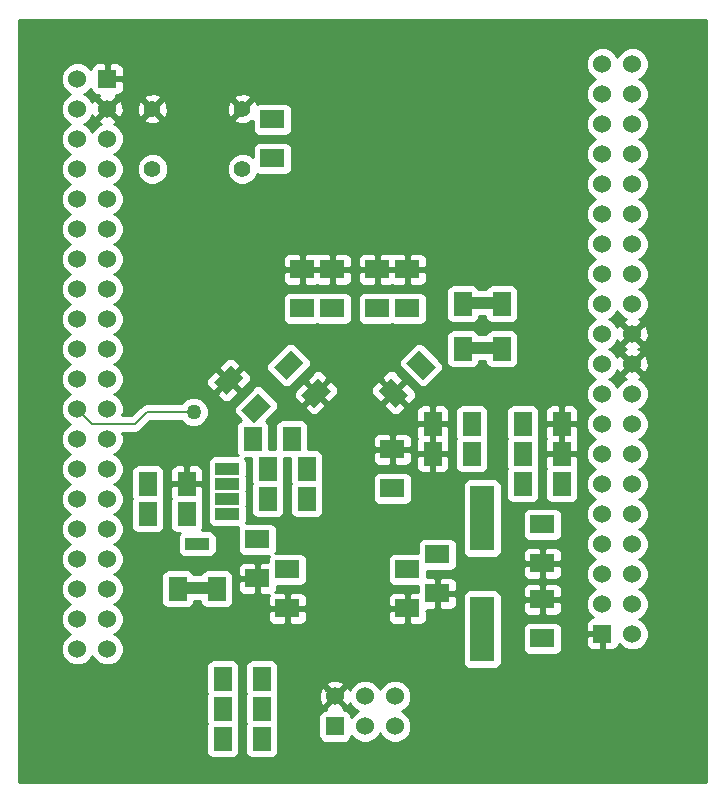
<source format=gbl>
G04 (created by PCBNEW-RS274X (2011-12-28 BZR 3254)-stable) date 04/11/2012 11:04:50*
G01*
G70*
G90*
%MOIN*%
G04 Gerber Fmt 3.4, Leading zero omitted, Abs format*
%FSLAX34Y34*%
G04 APERTURE LIST*
%ADD10C,0.006000*%
%ADD11R,0.060000X0.060000*%
%ADD12C,0.060000*%
%ADD13R,0.080000X0.060000*%
%ADD14R,0.060000X0.080000*%
%ADD15R,0.078700X0.216500*%
%ADD16R,0.078700X0.039400*%
%ADD17C,0.055000*%
%ADD18C,0.050000*%
%ADD19C,0.008000*%
%ADD20C,0.010000*%
G04 APERTURE END LIST*
G54D10*
G54D11*
X27000Y-13000D03*
G54D12*
X26000Y-13000D03*
X27000Y-18000D03*
X26000Y-14000D03*
X27000Y-19000D03*
X26000Y-15000D03*
X27000Y-20000D03*
X26000Y-16000D03*
X27000Y-21000D03*
X26000Y-17000D03*
X27000Y-22000D03*
X26000Y-18000D03*
X27000Y-23000D03*
X26000Y-19000D03*
X27000Y-24000D03*
X26000Y-20000D03*
X27000Y-25000D03*
X26000Y-21000D03*
X27000Y-26000D03*
X26000Y-22000D03*
X27000Y-27000D03*
X26000Y-23000D03*
X27000Y-28000D03*
X26000Y-24000D03*
X26000Y-25000D03*
X27000Y-29000D03*
X26000Y-26000D03*
X26000Y-28000D03*
X26000Y-29000D03*
X26000Y-30000D03*
X26000Y-31000D03*
X27000Y-30000D03*
X27000Y-31000D03*
X27000Y-14000D03*
X27000Y-15000D03*
X27000Y-16000D03*
X27000Y-17000D03*
X27000Y-32000D03*
X26000Y-32000D03*
X26000Y-27000D03*
G54D11*
X43500Y-31500D03*
G54D12*
X44500Y-31500D03*
X43500Y-26500D03*
X44500Y-30500D03*
X43500Y-25500D03*
X44500Y-29500D03*
X43500Y-24500D03*
X44500Y-28500D03*
X43500Y-23500D03*
X44500Y-27500D03*
X43500Y-22500D03*
X44500Y-26500D03*
X43500Y-21500D03*
X44500Y-25500D03*
X43500Y-20500D03*
X44500Y-24500D03*
X43500Y-19500D03*
X44500Y-23500D03*
X43500Y-18500D03*
X44500Y-22500D03*
X43500Y-17500D03*
X44500Y-21500D03*
X43500Y-16500D03*
X44500Y-20500D03*
X44500Y-19500D03*
X43500Y-15500D03*
X44500Y-18500D03*
X44500Y-16500D03*
X44500Y-15500D03*
X44500Y-14500D03*
X44500Y-13500D03*
X43500Y-14500D03*
X43500Y-13500D03*
X43500Y-30500D03*
X43500Y-29500D03*
X43500Y-28500D03*
X43500Y-27500D03*
X43500Y-12500D03*
X44500Y-12500D03*
X44500Y-17500D03*
G54D11*
X34590Y-34580D03*
G54D12*
X34590Y-33580D03*
X35590Y-34580D03*
X35590Y-33580D03*
X36590Y-34580D03*
X36590Y-33580D03*
G54D13*
X32500Y-15650D03*
X32500Y-14350D03*
G54D14*
X40850Y-26500D03*
X42150Y-26500D03*
X30850Y-33000D03*
X32150Y-33000D03*
X30850Y-34000D03*
X32150Y-34000D03*
X30850Y-35000D03*
X32150Y-35000D03*
X28350Y-27500D03*
X29650Y-27500D03*
X33150Y-25000D03*
X31850Y-25000D03*
X32350Y-26000D03*
X33650Y-26000D03*
X32350Y-27000D03*
X33650Y-27000D03*
X28350Y-26500D03*
X29650Y-26500D03*
G54D13*
X36500Y-26650D03*
X36500Y-25350D03*
X41500Y-31650D03*
X41500Y-30350D03*
X41500Y-27850D03*
X41500Y-29150D03*
G54D14*
X39150Y-25500D03*
X37850Y-25500D03*
X39150Y-24500D03*
X37850Y-24500D03*
X40850Y-25500D03*
X42150Y-25500D03*
X40850Y-24500D03*
X42150Y-24500D03*
G54D10*
G36*
X37389Y-22045D02*
X37955Y-22611D01*
X37531Y-23035D01*
X36965Y-22469D01*
X37389Y-22045D01*
X37389Y-22045D01*
G37*
G36*
X36469Y-22965D02*
X37035Y-23531D01*
X36611Y-23955D01*
X36045Y-23389D01*
X36469Y-22965D01*
X36469Y-22965D01*
G37*
G54D13*
X38000Y-28850D03*
X38000Y-30150D03*
X32000Y-28350D03*
X32000Y-29650D03*
G54D10*
G36*
X32545Y-22611D02*
X33111Y-22045D01*
X33535Y-22469D01*
X32969Y-23035D01*
X32545Y-22611D01*
X32545Y-22611D01*
G37*
G36*
X33465Y-23531D02*
X34031Y-22965D01*
X34455Y-23389D01*
X33889Y-23955D01*
X33465Y-23531D01*
X33465Y-23531D01*
G37*
G54D13*
X33500Y-20650D03*
X33500Y-19350D03*
X34500Y-20650D03*
X34500Y-19350D03*
X37000Y-29350D03*
X37000Y-30650D03*
X33000Y-29350D03*
X33000Y-30650D03*
G54D10*
G36*
X32455Y-23889D02*
X31889Y-24455D01*
X31465Y-24031D01*
X32031Y-23465D01*
X32455Y-23889D01*
X32455Y-23889D01*
G37*
G36*
X31535Y-22969D02*
X30969Y-23535D01*
X30545Y-23111D01*
X31111Y-22545D01*
X31535Y-22969D01*
X31535Y-22969D01*
G37*
G54D13*
X36000Y-20650D03*
X36000Y-19350D03*
X37000Y-20650D03*
X37000Y-19350D03*
G54D15*
X39500Y-31350D03*
X39500Y-27650D03*
G54D16*
X30000Y-28500D03*
X31000Y-26000D03*
X31000Y-26500D03*
X31000Y-27000D03*
X31000Y-27500D03*
G54D14*
X30650Y-30000D03*
X29350Y-30000D03*
G54D16*
X30000Y-29961D03*
G54D14*
X40150Y-22000D03*
X38850Y-22000D03*
G54D16*
X39500Y-21961D03*
G54D14*
X40150Y-20500D03*
X38850Y-20500D03*
G54D16*
X39500Y-20461D03*
G54D17*
X31500Y-14000D03*
X31500Y-16000D03*
X28500Y-14000D03*
X28500Y-16000D03*
G54D18*
X29880Y-24100D03*
G54D19*
X27920Y-24500D02*
X26500Y-24500D01*
X28320Y-24100D02*
X27920Y-24500D01*
X26500Y-24500D02*
X26000Y-24000D01*
X29880Y-24100D02*
X28320Y-24100D01*
G54D10*
G36*
X46950Y-36450D02*
X45049Y-36450D01*
X45049Y-31609D01*
X45049Y-31391D01*
X44965Y-31189D01*
X44811Y-31035D01*
X44726Y-31000D01*
X44811Y-30965D01*
X44965Y-30811D01*
X45049Y-30609D01*
X45049Y-30391D01*
X44965Y-30189D01*
X44811Y-30035D01*
X44726Y-30000D01*
X44811Y-29965D01*
X44965Y-29811D01*
X45049Y-29609D01*
X45049Y-29391D01*
X44965Y-29189D01*
X44811Y-29035D01*
X44726Y-29000D01*
X44811Y-28965D01*
X44965Y-28811D01*
X45049Y-28609D01*
X45049Y-28391D01*
X44965Y-28189D01*
X44811Y-28035D01*
X44726Y-28000D01*
X44811Y-27965D01*
X44965Y-27811D01*
X45049Y-27609D01*
X45049Y-27391D01*
X44965Y-27189D01*
X44811Y-27035D01*
X44726Y-27000D01*
X44811Y-26965D01*
X44965Y-26811D01*
X45049Y-26609D01*
X45049Y-26391D01*
X44965Y-26189D01*
X44811Y-26035D01*
X44726Y-26000D01*
X44811Y-25965D01*
X44965Y-25811D01*
X45049Y-25609D01*
X45049Y-25391D01*
X44965Y-25189D01*
X44811Y-25035D01*
X44726Y-25000D01*
X44811Y-24965D01*
X44965Y-24811D01*
X45049Y-24609D01*
X45049Y-24391D01*
X44965Y-24189D01*
X44811Y-24035D01*
X44726Y-24000D01*
X44811Y-23965D01*
X44965Y-23811D01*
X45049Y-23609D01*
X45049Y-23391D01*
X45043Y-23376D01*
X45043Y-22579D01*
X45043Y-21579D01*
X45032Y-21366D01*
X44972Y-21219D01*
X44878Y-21192D01*
X44571Y-21500D01*
X44878Y-21808D01*
X44972Y-21781D01*
X45043Y-21579D01*
X45043Y-22579D01*
X45032Y-22366D01*
X44972Y-22219D01*
X44878Y-22192D01*
X44808Y-22262D01*
X44808Y-22122D01*
X44781Y-22028D01*
X44707Y-22002D01*
X44781Y-21972D01*
X44808Y-21878D01*
X44500Y-21571D01*
X44192Y-21878D01*
X44219Y-21972D01*
X44292Y-21997D01*
X44219Y-22028D01*
X44192Y-22122D01*
X44500Y-22429D01*
X44808Y-22122D01*
X44808Y-22262D01*
X44571Y-22500D01*
X44878Y-22808D01*
X44972Y-22781D01*
X45043Y-22579D01*
X45043Y-23376D01*
X44965Y-23189D01*
X44811Y-23035D01*
X44719Y-22997D01*
X44781Y-22972D01*
X44808Y-22878D01*
X44500Y-22571D01*
X44192Y-22878D01*
X44219Y-22972D01*
X44284Y-22995D01*
X44189Y-23035D01*
X44035Y-23189D01*
X44000Y-23273D01*
X43965Y-23189D01*
X43811Y-23035D01*
X43726Y-23000D01*
X43811Y-22965D01*
X43965Y-22811D01*
X44002Y-22719D01*
X44028Y-22781D01*
X44122Y-22808D01*
X44429Y-22500D01*
X44122Y-22192D01*
X44028Y-22219D01*
X44004Y-22284D01*
X43965Y-22189D01*
X43811Y-22035D01*
X43726Y-22000D01*
X43811Y-21965D01*
X43965Y-21811D01*
X44002Y-21719D01*
X44028Y-21781D01*
X44122Y-21808D01*
X44429Y-21500D01*
X44122Y-21192D01*
X44028Y-21219D01*
X44004Y-21284D01*
X43965Y-21189D01*
X43811Y-21035D01*
X43726Y-21000D01*
X43811Y-20965D01*
X43965Y-20811D01*
X44000Y-20726D01*
X44035Y-20811D01*
X44189Y-20965D01*
X44280Y-21002D01*
X44219Y-21028D01*
X44192Y-21122D01*
X44500Y-21429D01*
X44808Y-21122D01*
X44781Y-21028D01*
X44715Y-21004D01*
X44811Y-20965D01*
X44965Y-20811D01*
X45049Y-20609D01*
X45049Y-20391D01*
X44965Y-20189D01*
X44811Y-20035D01*
X44726Y-20000D01*
X44811Y-19965D01*
X44965Y-19811D01*
X45049Y-19609D01*
X45049Y-19391D01*
X44965Y-19189D01*
X44811Y-19035D01*
X44726Y-19000D01*
X44811Y-18965D01*
X44965Y-18811D01*
X45049Y-18609D01*
X45049Y-18391D01*
X44965Y-18189D01*
X44811Y-18035D01*
X44726Y-18000D01*
X44811Y-17965D01*
X44965Y-17811D01*
X45049Y-17609D01*
X45049Y-17391D01*
X44965Y-17189D01*
X44811Y-17035D01*
X44726Y-17000D01*
X44811Y-16965D01*
X44965Y-16811D01*
X45049Y-16609D01*
X45049Y-16391D01*
X44965Y-16189D01*
X44811Y-16035D01*
X44726Y-16000D01*
X44811Y-15965D01*
X44965Y-15811D01*
X45049Y-15609D01*
X45049Y-15391D01*
X44965Y-15189D01*
X44811Y-15035D01*
X44726Y-15000D01*
X44811Y-14965D01*
X44965Y-14811D01*
X45049Y-14609D01*
X45049Y-14391D01*
X44965Y-14189D01*
X44811Y-14035D01*
X44726Y-14000D01*
X44811Y-13965D01*
X44965Y-13811D01*
X45049Y-13609D01*
X45049Y-13391D01*
X44965Y-13189D01*
X44811Y-13035D01*
X44726Y-13000D01*
X44811Y-12965D01*
X44965Y-12811D01*
X45049Y-12609D01*
X45049Y-12391D01*
X44965Y-12189D01*
X44811Y-12035D01*
X44609Y-11951D01*
X44391Y-11951D01*
X44189Y-12035D01*
X44035Y-12189D01*
X44000Y-12273D01*
X43965Y-12189D01*
X43811Y-12035D01*
X43609Y-11951D01*
X43391Y-11951D01*
X43189Y-12035D01*
X43035Y-12189D01*
X42951Y-12391D01*
X42951Y-12609D01*
X43035Y-12811D01*
X43189Y-12965D01*
X43273Y-13000D01*
X43189Y-13035D01*
X43035Y-13189D01*
X42951Y-13391D01*
X42951Y-13609D01*
X43035Y-13811D01*
X43189Y-13965D01*
X43273Y-14000D01*
X43189Y-14035D01*
X43035Y-14189D01*
X42951Y-14391D01*
X42951Y-14609D01*
X43035Y-14811D01*
X43189Y-14965D01*
X43273Y-15000D01*
X43189Y-15035D01*
X43035Y-15189D01*
X42951Y-15391D01*
X42951Y-15609D01*
X43035Y-15811D01*
X43189Y-15965D01*
X43273Y-16000D01*
X43189Y-16035D01*
X43035Y-16189D01*
X42951Y-16391D01*
X42951Y-16609D01*
X43035Y-16811D01*
X43189Y-16965D01*
X43273Y-17000D01*
X43189Y-17035D01*
X43035Y-17189D01*
X42951Y-17391D01*
X42951Y-17609D01*
X43035Y-17811D01*
X43189Y-17965D01*
X43273Y-18000D01*
X43189Y-18035D01*
X43035Y-18189D01*
X42951Y-18391D01*
X42951Y-18609D01*
X43035Y-18811D01*
X43189Y-18965D01*
X43273Y-19000D01*
X43189Y-19035D01*
X43035Y-19189D01*
X42951Y-19391D01*
X42951Y-19609D01*
X43035Y-19811D01*
X43189Y-19965D01*
X43273Y-20000D01*
X43189Y-20035D01*
X43035Y-20189D01*
X42951Y-20391D01*
X42951Y-20609D01*
X43035Y-20811D01*
X43189Y-20965D01*
X43273Y-21000D01*
X43189Y-21035D01*
X43035Y-21189D01*
X42951Y-21391D01*
X42951Y-21609D01*
X43035Y-21811D01*
X43189Y-21965D01*
X43273Y-22000D01*
X43189Y-22035D01*
X43035Y-22189D01*
X42951Y-22391D01*
X42951Y-22609D01*
X43035Y-22811D01*
X43189Y-22965D01*
X43273Y-23000D01*
X43189Y-23035D01*
X43035Y-23189D01*
X42951Y-23391D01*
X42951Y-23609D01*
X43035Y-23811D01*
X43189Y-23965D01*
X43273Y-24000D01*
X43189Y-24035D01*
X43035Y-24189D01*
X42951Y-24391D01*
X42951Y-24609D01*
X43035Y-24811D01*
X43189Y-24965D01*
X43273Y-25000D01*
X43189Y-25035D01*
X43035Y-25189D01*
X42951Y-25391D01*
X42951Y-25609D01*
X43035Y-25811D01*
X43189Y-25965D01*
X43273Y-26000D01*
X43189Y-26035D01*
X43035Y-26189D01*
X42951Y-26391D01*
X42951Y-26609D01*
X43035Y-26811D01*
X43189Y-26965D01*
X43273Y-27000D01*
X43189Y-27035D01*
X43035Y-27189D01*
X42951Y-27391D01*
X42951Y-27609D01*
X43035Y-27811D01*
X43189Y-27965D01*
X43273Y-28000D01*
X43189Y-28035D01*
X43035Y-28189D01*
X42951Y-28391D01*
X42951Y-28609D01*
X43035Y-28811D01*
X43189Y-28965D01*
X43273Y-29000D01*
X43189Y-29035D01*
X43035Y-29189D01*
X42951Y-29391D01*
X42951Y-29609D01*
X43035Y-29811D01*
X43189Y-29965D01*
X43273Y-30000D01*
X43189Y-30035D01*
X43035Y-30189D01*
X42951Y-30391D01*
X42951Y-30609D01*
X43035Y-30811D01*
X43175Y-30951D01*
X43150Y-30951D01*
X43059Y-30989D01*
X42989Y-31059D01*
X42951Y-31151D01*
X42950Y-31388D01*
X43012Y-31450D01*
X43400Y-31450D01*
X43450Y-31450D01*
X43550Y-31450D01*
X43550Y-31550D01*
X43550Y-31600D01*
X43550Y-31988D01*
X43612Y-32050D01*
X43751Y-32049D01*
X43850Y-32049D01*
X43941Y-32011D01*
X44011Y-31941D01*
X44049Y-31849D01*
X44049Y-31825D01*
X44189Y-31965D01*
X44391Y-32049D01*
X44609Y-32049D01*
X44811Y-31965D01*
X44965Y-31811D01*
X45049Y-31609D01*
X45049Y-36450D01*
X43450Y-36450D01*
X43450Y-31988D01*
X43450Y-31550D01*
X43012Y-31550D01*
X42950Y-31612D01*
X42951Y-31849D01*
X42989Y-31941D01*
X43059Y-32011D01*
X43150Y-32049D01*
X43249Y-32049D01*
X43388Y-32050D01*
X43450Y-31988D01*
X43450Y-36450D01*
X42700Y-36450D01*
X42700Y-25612D01*
X42700Y-25388D01*
X42699Y-25149D01*
X42699Y-25050D01*
X42678Y-25000D01*
X42699Y-24950D01*
X42699Y-24851D01*
X42700Y-24612D01*
X42700Y-24388D01*
X42699Y-24149D01*
X42699Y-24050D01*
X42661Y-23959D01*
X42591Y-23889D01*
X42499Y-23851D01*
X42262Y-23850D01*
X42200Y-23912D01*
X42200Y-24450D01*
X42638Y-24450D01*
X42700Y-24388D01*
X42700Y-24612D01*
X42638Y-24550D01*
X42200Y-24550D01*
X42200Y-24912D01*
X42200Y-25088D01*
X42200Y-25450D01*
X42638Y-25450D01*
X42700Y-25388D01*
X42700Y-25612D01*
X42638Y-25550D01*
X42250Y-25550D01*
X42200Y-25550D01*
X42100Y-25550D01*
X42100Y-25450D01*
X42100Y-25088D01*
X42100Y-24912D01*
X42100Y-24550D01*
X42100Y-24450D01*
X42100Y-23912D01*
X42038Y-23850D01*
X41801Y-23851D01*
X41709Y-23889D01*
X41639Y-23959D01*
X41601Y-24050D01*
X41601Y-24149D01*
X41600Y-24388D01*
X41662Y-24450D01*
X42100Y-24450D01*
X42100Y-24550D01*
X41662Y-24550D01*
X41600Y-24612D01*
X41601Y-24851D01*
X41601Y-24950D01*
X41621Y-25000D01*
X41601Y-25050D01*
X41601Y-25149D01*
X41600Y-25388D01*
X41662Y-25450D01*
X42100Y-25450D01*
X42100Y-25550D01*
X42050Y-25550D01*
X41662Y-25550D01*
X41600Y-25612D01*
X41601Y-25851D01*
X41601Y-25950D01*
X41621Y-26000D01*
X41601Y-26050D01*
X41601Y-26149D01*
X41601Y-26949D01*
X41639Y-27041D01*
X41709Y-27111D01*
X41800Y-27149D01*
X41899Y-27149D01*
X42499Y-27149D01*
X42591Y-27111D01*
X42661Y-27041D01*
X42699Y-26950D01*
X42699Y-26851D01*
X42699Y-26051D01*
X42678Y-26000D01*
X42699Y-25950D01*
X42699Y-25851D01*
X42700Y-25612D01*
X42700Y-36450D01*
X42150Y-36450D01*
X42150Y-30462D01*
X42150Y-30238D01*
X42150Y-29262D01*
X42150Y-29038D01*
X42149Y-28801D01*
X42149Y-28200D01*
X42149Y-28101D01*
X42149Y-27501D01*
X42111Y-27409D01*
X42041Y-27339D01*
X41950Y-27301D01*
X41851Y-27301D01*
X41399Y-27301D01*
X41399Y-26950D01*
X41399Y-26851D01*
X41399Y-26051D01*
X41378Y-26000D01*
X41399Y-25950D01*
X41399Y-25851D01*
X41399Y-25051D01*
X41378Y-25000D01*
X41399Y-24950D01*
X41399Y-24851D01*
X41399Y-24051D01*
X41361Y-23959D01*
X41291Y-23889D01*
X41200Y-23851D01*
X41101Y-23851D01*
X40699Y-23851D01*
X40699Y-22450D01*
X40699Y-22351D01*
X40699Y-21551D01*
X40699Y-20950D01*
X40699Y-20851D01*
X40699Y-20051D01*
X40661Y-19959D01*
X40591Y-19889D01*
X40500Y-19851D01*
X40401Y-19851D01*
X39801Y-19851D01*
X39709Y-19889D01*
X39639Y-19959D01*
X39615Y-20015D01*
X39384Y-20015D01*
X39361Y-19959D01*
X39291Y-19889D01*
X39200Y-19851D01*
X39101Y-19851D01*
X38501Y-19851D01*
X38409Y-19889D01*
X38339Y-19959D01*
X38301Y-20050D01*
X38301Y-20149D01*
X38301Y-20949D01*
X38339Y-21041D01*
X38409Y-21111D01*
X38500Y-21149D01*
X38599Y-21149D01*
X39199Y-21149D01*
X39291Y-21111D01*
X39361Y-21041D01*
X39399Y-20950D01*
X39399Y-20907D01*
X39601Y-20907D01*
X39601Y-20949D01*
X39639Y-21041D01*
X39709Y-21111D01*
X39800Y-21149D01*
X39899Y-21149D01*
X40499Y-21149D01*
X40591Y-21111D01*
X40661Y-21041D01*
X40699Y-20950D01*
X40699Y-21551D01*
X40661Y-21459D01*
X40591Y-21389D01*
X40500Y-21351D01*
X40401Y-21351D01*
X39801Y-21351D01*
X39709Y-21389D01*
X39639Y-21459D01*
X39615Y-21515D01*
X39384Y-21515D01*
X39361Y-21459D01*
X39291Y-21389D01*
X39200Y-21351D01*
X39101Y-21351D01*
X38501Y-21351D01*
X38409Y-21389D01*
X38339Y-21459D01*
X38301Y-21550D01*
X38301Y-21649D01*
X38301Y-22449D01*
X38339Y-22541D01*
X38409Y-22611D01*
X38500Y-22649D01*
X38599Y-22649D01*
X39199Y-22649D01*
X39291Y-22611D01*
X39361Y-22541D01*
X39399Y-22450D01*
X39399Y-22407D01*
X39601Y-22407D01*
X39601Y-22449D01*
X39639Y-22541D01*
X39709Y-22611D01*
X39800Y-22649D01*
X39899Y-22649D01*
X40499Y-22649D01*
X40591Y-22611D01*
X40661Y-22541D01*
X40699Y-22450D01*
X40699Y-23851D01*
X40501Y-23851D01*
X40409Y-23889D01*
X40339Y-23959D01*
X40301Y-24050D01*
X40301Y-24149D01*
X40301Y-24949D01*
X40321Y-24999D01*
X40301Y-25050D01*
X40301Y-25149D01*
X40301Y-25949D01*
X40321Y-25999D01*
X40301Y-26050D01*
X40301Y-26149D01*
X40301Y-26949D01*
X40339Y-27041D01*
X40409Y-27111D01*
X40500Y-27149D01*
X40599Y-27149D01*
X41199Y-27149D01*
X41291Y-27111D01*
X41361Y-27041D01*
X41399Y-26950D01*
X41399Y-27301D01*
X41051Y-27301D01*
X40959Y-27339D01*
X40889Y-27409D01*
X40851Y-27500D01*
X40851Y-27599D01*
X40851Y-28199D01*
X40889Y-28291D01*
X40959Y-28361D01*
X41050Y-28399D01*
X41149Y-28399D01*
X41949Y-28399D01*
X42041Y-28361D01*
X42111Y-28291D01*
X42149Y-28200D01*
X42149Y-28801D01*
X42111Y-28709D01*
X42041Y-28639D01*
X41950Y-28601D01*
X41851Y-28601D01*
X41612Y-28600D01*
X41550Y-28662D01*
X41550Y-29100D01*
X42088Y-29100D01*
X42150Y-29038D01*
X42150Y-29262D01*
X42088Y-29200D01*
X41550Y-29200D01*
X41550Y-29638D01*
X41612Y-29700D01*
X41851Y-29699D01*
X41950Y-29699D01*
X42041Y-29661D01*
X42111Y-29591D01*
X42149Y-29499D01*
X42150Y-29262D01*
X42150Y-30238D01*
X42149Y-30001D01*
X42111Y-29909D01*
X42041Y-29839D01*
X41950Y-29801D01*
X41851Y-29801D01*
X41612Y-29800D01*
X41550Y-29862D01*
X41550Y-30300D01*
X42088Y-30300D01*
X42150Y-30238D01*
X42150Y-30462D01*
X42088Y-30400D01*
X41550Y-30400D01*
X41550Y-30838D01*
X41612Y-30900D01*
X41851Y-30899D01*
X41950Y-30899D01*
X42041Y-30861D01*
X42111Y-30791D01*
X42149Y-30699D01*
X42150Y-30462D01*
X42150Y-36450D01*
X42149Y-36450D01*
X42149Y-32000D01*
X42149Y-31901D01*
X42149Y-31301D01*
X42111Y-31209D01*
X42041Y-31139D01*
X41950Y-31101D01*
X41851Y-31101D01*
X41450Y-31101D01*
X41450Y-30838D01*
X41450Y-30400D01*
X41450Y-30300D01*
X41450Y-29862D01*
X41450Y-29638D01*
X41450Y-29200D01*
X41450Y-29100D01*
X41450Y-28662D01*
X41388Y-28600D01*
X41149Y-28601D01*
X41050Y-28601D01*
X40959Y-28639D01*
X40889Y-28709D01*
X40851Y-28801D01*
X40850Y-29038D01*
X40912Y-29100D01*
X41450Y-29100D01*
X41450Y-29200D01*
X40912Y-29200D01*
X40850Y-29262D01*
X40851Y-29499D01*
X40889Y-29591D01*
X40959Y-29661D01*
X41050Y-29699D01*
X41149Y-29699D01*
X41388Y-29700D01*
X41450Y-29638D01*
X41450Y-29862D01*
X41388Y-29800D01*
X41149Y-29801D01*
X41050Y-29801D01*
X40959Y-29839D01*
X40889Y-29909D01*
X40851Y-30001D01*
X40850Y-30238D01*
X40912Y-30300D01*
X41450Y-30300D01*
X41450Y-30400D01*
X40912Y-30400D01*
X40850Y-30462D01*
X40851Y-30699D01*
X40889Y-30791D01*
X40959Y-30861D01*
X41050Y-30899D01*
X41149Y-30899D01*
X41388Y-30900D01*
X41450Y-30838D01*
X41450Y-31101D01*
X41051Y-31101D01*
X40959Y-31139D01*
X40889Y-31209D01*
X40851Y-31300D01*
X40851Y-31399D01*
X40851Y-31999D01*
X40889Y-32091D01*
X40959Y-32161D01*
X41050Y-32199D01*
X41149Y-32199D01*
X41949Y-32199D01*
X42041Y-32161D01*
X42111Y-32091D01*
X42149Y-32000D01*
X42149Y-36450D01*
X40142Y-36450D01*
X40142Y-32482D01*
X40142Y-32383D01*
X40142Y-30219D01*
X40142Y-28782D01*
X40142Y-28683D01*
X40142Y-26519D01*
X40104Y-26427D01*
X40034Y-26357D01*
X39943Y-26319D01*
X39844Y-26319D01*
X39699Y-26319D01*
X39699Y-25950D01*
X39699Y-25851D01*
X39699Y-25051D01*
X39678Y-25000D01*
X39699Y-24950D01*
X39699Y-24851D01*
X39699Y-24051D01*
X39661Y-23959D01*
X39591Y-23889D01*
X39500Y-23851D01*
X39401Y-23851D01*
X38801Y-23851D01*
X38709Y-23889D01*
X38639Y-23959D01*
X38601Y-24050D01*
X38601Y-24149D01*
X38601Y-24949D01*
X38621Y-24999D01*
X38601Y-25050D01*
X38601Y-25149D01*
X38601Y-25949D01*
X38639Y-26041D01*
X38709Y-26111D01*
X38800Y-26149D01*
X38899Y-26149D01*
X39499Y-26149D01*
X39591Y-26111D01*
X39661Y-26041D01*
X39699Y-25950D01*
X39699Y-26319D01*
X39058Y-26319D01*
X38966Y-26357D01*
X38896Y-26427D01*
X38858Y-26518D01*
X38858Y-26617D01*
X38858Y-28781D01*
X38896Y-28873D01*
X38966Y-28943D01*
X39057Y-28981D01*
X39156Y-28981D01*
X39942Y-28981D01*
X40034Y-28943D01*
X40104Y-28873D01*
X40142Y-28782D01*
X40142Y-30219D01*
X40104Y-30127D01*
X40034Y-30057D01*
X39943Y-30019D01*
X39844Y-30019D01*
X39058Y-30019D01*
X38966Y-30057D01*
X38896Y-30127D01*
X38858Y-30218D01*
X38858Y-30317D01*
X38858Y-32481D01*
X38896Y-32573D01*
X38966Y-32643D01*
X39057Y-32681D01*
X39156Y-32681D01*
X39942Y-32681D01*
X40034Y-32643D01*
X40104Y-32573D01*
X40142Y-32482D01*
X40142Y-36450D01*
X38650Y-36450D01*
X38650Y-30262D01*
X38650Y-30038D01*
X38649Y-29801D01*
X38649Y-29200D01*
X38649Y-29101D01*
X38649Y-28501D01*
X38611Y-28409D01*
X38541Y-28339D01*
X38450Y-28301D01*
X38400Y-28301D01*
X38400Y-25612D01*
X38400Y-25388D01*
X38399Y-25149D01*
X38399Y-25050D01*
X38378Y-25000D01*
X38399Y-24950D01*
X38399Y-24851D01*
X38400Y-24612D01*
X38400Y-24388D01*
X38399Y-24149D01*
X38399Y-24050D01*
X38361Y-23959D01*
X38291Y-23889D01*
X38204Y-23853D01*
X38204Y-22660D01*
X38204Y-22561D01*
X38166Y-22470D01*
X38096Y-22400D01*
X37650Y-21953D01*
X37650Y-19462D01*
X37650Y-19238D01*
X37649Y-19001D01*
X37611Y-18909D01*
X37541Y-18839D01*
X37450Y-18801D01*
X37351Y-18801D01*
X37112Y-18800D01*
X37050Y-18862D01*
X37050Y-19300D01*
X37588Y-19300D01*
X37650Y-19238D01*
X37650Y-19462D01*
X37588Y-19400D01*
X37050Y-19400D01*
X37050Y-19838D01*
X37112Y-19900D01*
X37351Y-19899D01*
X37450Y-19899D01*
X37541Y-19861D01*
X37611Y-19791D01*
X37649Y-19699D01*
X37650Y-19462D01*
X37650Y-21953D01*
X37649Y-21952D01*
X37649Y-21000D01*
X37649Y-20901D01*
X37649Y-20301D01*
X37611Y-20209D01*
X37541Y-20139D01*
X37450Y-20101D01*
X37351Y-20101D01*
X36950Y-20101D01*
X36950Y-19838D01*
X36950Y-19400D01*
X36950Y-19300D01*
X36950Y-18862D01*
X36888Y-18800D01*
X36649Y-18801D01*
X36550Y-18801D01*
X36500Y-18821D01*
X36450Y-18801D01*
X36351Y-18801D01*
X36112Y-18800D01*
X36050Y-18862D01*
X36050Y-19300D01*
X36412Y-19300D01*
X36588Y-19300D01*
X36950Y-19300D01*
X36950Y-19400D01*
X36588Y-19400D01*
X36412Y-19400D01*
X36050Y-19400D01*
X36050Y-19838D01*
X36112Y-19900D01*
X36351Y-19899D01*
X36450Y-19899D01*
X36500Y-19878D01*
X36550Y-19899D01*
X36649Y-19899D01*
X36888Y-19900D01*
X36950Y-19838D01*
X36950Y-20101D01*
X36551Y-20101D01*
X36500Y-20121D01*
X36450Y-20101D01*
X36351Y-20101D01*
X35950Y-20101D01*
X35950Y-19838D01*
X35950Y-19400D01*
X35950Y-19300D01*
X35950Y-18862D01*
X35888Y-18800D01*
X35649Y-18801D01*
X35550Y-18801D01*
X35459Y-18839D01*
X35389Y-18909D01*
X35351Y-19001D01*
X35350Y-19238D01*
X35412Y-19300D01*
X35950Y-19300D01*
X35950Y-19400D01*
X35412Y-19400D01*
X35350Y-19462D01*
X35351Y-19699D01*
X35389Y-19791D01*
X35459Y-19861D01*
X35550Y-19899D01*
X35649Y-19899D01*
X35888Y-19900D01*
X35950Y-19838D01*
X35950Y-20101D01*
X35551Y-20101D01*
X35459Y-20139D01*
X35389Y-20209D01*
X35351Y-20300D01*
X35351Y-20399D01*
X35351Y-20999D01*
X35389Y-21091D01*
X35459Y-21161D01*
X35550Y-21199D01*
X35649Y-21199D01*
X36449Y-21199D01*
X36499Y-21178D01*
X36550Y-21199D01*
X36649Y-21199D01*
X37449Y-21199D01*
X37541Y-21161D01*
X37611Y-21091D01*
X37649Y-21000D01*
X37649Y-21952D01*
X37531Y-21834D01*
X37439Y-21796D01*
X37340Y-21796D01*
X37249Y-21834D01*
X37179Y-21904D01*
X36754Y-22328D01*
X36716Y-22420D01*
X36716Y-22519D01*
X36754Y-22610D01*
X36824Y-22680D01*
X37389Y-23246D01*
X37481Y-23284D01*
X37580Y-23284D01*
X37671Y-23246D01*
X37741Y-23176D01*
X38166Y-22752D01*
X38204Y-22660D01*
X38204Y-23853D01*
X38199Y-23851D01*
X37962Y-23850D01*
X37900Y-23912D01*
X37900Y-24450D01*
X38338Y-24450D01*
X38400Y-24388D01*
X38400Y-24612D01*
X38338Y-24550D01*
X37900Y-24550D01*
X37900Y-24912D01*
X37900Y-25088D01*
X37900Y-25450D01*
X38338Y-25450D01*
X38400Y-25388D01*
X38400Y-25612D01*
X38338Y-25550D01*
X37900Y-25550D01*
X37900Y-26088D01*
X37962Y-26150D01*
X38199Y-26149D01*
X38291Y-26111D01*
X38361Y-26041D01*
X38399Y-25950D01*
X38399Y-25851D01*
X38400Y-25612D01*
X38400Y-28301D01*
X38351Y-28301D01*
X37800Y-28301D01*
X37800Y-26088D01*
X37800Y-25550D01*
X37800Y-25450D01*
X37800Y-25088D01*
X37800Y-24912D01*
X37800Y-24550D01*
X37800Y-24450D01*
X37800Y-23912D01*
X37738Y-23850D01*
X37501Y-23851D01*
X37409Y-23889D01*
X37339Y-23959D01*
X37301Y-24050D01*
X37301Y-24149D01*
X37300Y-24388D01*
X37362Y-24450D01*
X37800Y-24450D01*
X37800Y-24550D01*
X37362Y-24550D01*
X37300Y-24612D01*
X37301Y-24851D01*
X37301Y-24950D01*
X37321Y-25000D01*
X37301Y-25050D01*
X37301Y-25149D01*
X37300Y-25388D01*
X37362Y-25450D01*
X37800Y-25450D01*
X37800Y-25550D01*
X37362Y-25550D01*
X37300Y-25612D01*
X37301Y-25851D01*
X37301Y-25950D01*
X37339Y-26041D01*
X37409Y-26111D01*
X37501Y-26149D01*
X37738Y-26150D01*
X37800Y-26088D01*
X37800Y-28301D01*
X37551Y-28301D01*
X37459Y-28339D01*
X37389Y-28409D01*
X37351Y-28500D01*
X37351Y-28599D01*
X37351Y-28801D01*
X37284Y-28801D01*
X37284Y-23580D01*
X37284Y-23481D01*
X37246Y-23390D01*
X37176Y-23320D01*
X37008Y-23150D01*
X36920Y-23150D01*
X36850Y-23220D01*
X36850Y-23080D01*
X36850Y-22992D01*
X36680Y-22824D01*
X36610Y-22754D01*
X36519Y-22716D01*
X36420Y-22716D01*
X36328Y-22754D01*
X36160Y-22921D01*
X36160Y-23009D01*
X36540Y-23389D01*
X36850Y-23080D01*
X36850Y-23220D01*
X36611Y-23460D01*
X36991Y-23840D01*
X37079Y-23840D01*
X37246Y-23672D01*
X37284Y-23580D01*
X37284Y-28801D01*
X37150Y-28801D01*
X37150Y-25462D01*
X37150Y-25238D01*
X37149Y-25001D01*
X37111Y-24909D01*
X37041Y-24839D01*
X36950Y-24801D01*
X36920Y-24801D01*
X36920Y-23999D01*
X36920Y-23911D01*
X36540Y-23531D01*
X36469Y-23601D01*
X36469Y-23460D01*
X36089Y-23080D01*
X36001Y-23080D01*
X35834Y-23248D01*
X35796Y-23340D01*
X35796Y-23439D01*
X35834Y-23530D01*
X35904Y-23600D01*
X36072Y-23770D01*
X36160Y-23770D01*
X36469Y-23460D01*
X36469Y-23601D01*
X36230Y-23840D01*
X36230Y-23928D01*
X36400Y-24096D01*
X36470Y-24166D01*
X36561Y-24204D01*
X36660Y-24204D01*
X36752Y-24166D01*
X36920Y-23999D01*
X36920Y-24801D01*
X36851Y-24801D01*
X36612Y-24800D01*
X36550Y-24862D01*
X36550Y-25300D01*
X37088Y-25300D01*
X37150Y-25238D01*
X37150Y-25462D01*
X37088Y-25400D01*
X36550Y-25400D01*
X36550Y-25838D01*
X36612Y-25900D01*
X36851Y-25899D01*
X36950Y-25899D01*
X37041Y-25861D01*
X37111Y-25791D01*
X37149Y-25699D01*
X37150Y-25462D01*
X37150Y-28801D01*
X37149Y-28801D01*
X37149Y-27000D01*
X37149Y-26901D01*
X37149Y-26301D01*
X37111Y-26209D01*
X37041Y-26139D01*
X36950Y-26101D01*
X36851Y-26101D01*
X36450Y-26101D01*
X36450Y-25838D01*
X36450Y-25400D01*
X36450Y-25300D01*
X36450Y-24862D01*
X36388Y-24800D01*
X36149Y-24801D01*
X36050Y-24801D01*
X35959Y-24839D01*
X35889Y-24909D01*
X35851Y-25001D01*
X35850Y-25238D01*
X35912Y-25300D01*
X36450Y-25300D01*
X36450Y-25400D01*
X35912Y-25400D01*
X35850Y-25462D01*
X35851Y-25699D01*
X35889Y-25791D01*
X35959Y-25861D01*
X36050Y-25899D01*
X36149Y-25899D01*
X36388Y-25900D01*
X36450Y-25838D01*
X36450Y-26101D01*
X36051Y-26101D01*
X35959Y-26139D01*
X35889Y-26209D01*
X35851Y-26300D01*
X35851Y-26399D01*
X35851Y-26999D01*
X35889Y-27091D01*
X35959Y-27161D01*
X36050Y-27199D01*
X36149Y-27199D01*
X36949Y-27199D01*
X37041Y-27161D01*
X37111Y-27091D01*
X37149Y-27000D01*
X37149Y-28801D01*
X36551Y-28801D01*
X36459Y-28839D01*
X36389Y-28909D01*
X36351Y-29000D01*
X36351Y-29099D01*
X36351Y-29699D01*
X36389Y-29791D01*
X36459Y-29861D01*
X36550Y-29899D01*
X36649Y-29899D01*
X37350Y-29899D01*
X37350Y-30038D01*
X37362Y-30050D01*
X37350Y-30050D01*
X37350Y-30100D01*
X37112Y-30100D01*
X37050Y-30162D01*
X37050Y-30550D01*
X37050Y-30600D01*
X37050Y-30700D01*
X37050Y-30750D01*
X37050Y-31138D01*
X37112Y-31200D01*
X37351Y-31199D01*
X37450Y-31199D01*
X37541Y-31161D01*
X37611Y-31091D01*
X37649Y-30999D01*
X37650Y-30762D01*
X37638Y-30750D01*
X37650Y-30750D01*
X37650Y-30699D01*
X37888Y-30700D01*
X37950Y-30638D01*
X37950Y-30250D01*
X37950Y-30200D01*
X37950Y-30100D01*
X37950Y-30050D01*
X37950Y-29662D01*
X37888Y-29600D01*
X37649Y-29601D01*
X37649Y-29399D01*
X38449Y-29399D01*
X38541Y-29361D01*
X38611Y-29291D01*
X38649Y-29200D01*
X38649Y-29801D01*
X38611Y-29709D01*
X38541Y-29639D01*
X38450Y-29601D01*
X38351Y-29601D01*
X38112Y-29600D01*
X38050Y-29662D01*
X38050Y-30100D01*
X38588Y-30100D01*
X38650Y-30038D01*
X38650Y-30262D01*
X38588Y-30200D01*
X38050Y-30200D01*
X38050Y-30638D01*
X38112Y-30700D01*
X38351Y-30699D01*
X38450Y-30699D01*
X38541Y-30661D01*
X38611Y-30591D01*
X38649Y-30499D01*
X38650Y-30262D01*
X38650Y-36450D01*
X37950Y-36450D01*
X37650Y-36450D01*
X37139Y-36450D01*
X37139Y-34689D01*
X37139Y-34471D01*
X37055Y-34269D01*
X36901Y-34115D01*
X36816Y-34080D01*
X36901Y-34045D01*
X37055Y-33891D01*
X37139Y-33689D01*
X37139Y-33471D01*
X37055Y-33269D01*
X36950Y-33164D01*
X36950Y-31138D01*
X36950Y-30700D01*
X36950Y-30600D01*
X36950Y-30162D01*
X36888Y-30100D01*
X36649Y-30101D01*
X36550Y-30101D01*
X36459Y-30139D01*
X36389Y-30209D01*
X36351Y-30301D01*
X36350Y-30538D01*
X36412Y-30600D01*
X36950Y-30600D01*
X36950Y-30700D01*
X36412Y-30700D01*
X36350Y-30762D01*
X36351Y-30999D01*
X36389Y-31091D01*
X36459Y-31161D01*
X36550Y-31199D01*
X36649Y-31199D01*
X36888Y-31200D01*
X36950Y-31138D01*
X36950Y-33164D01*
X36901Y-33115D01*
X36699Y-33031D01*
X36481Y-33031D01*
X36279Y-33115D01*
X36125Y-33269D01*
X36090Y-33353D01*
X36055Y-33269D01*
X35901Y-33115D01*
X35699Y-33031D01*
X35481Y-33031D01*
X35279Y-33115D01*
X35150Y-33244D01*
X35150Y-19462D01*
X35150Y-19238D01*
X35149Y-19001D01*
X35111Y-18909D01*
X35041Y-18839D01*
X34950Y-18801D01*
X34851Y-18801D01*
X34612Y-18800D01*
X34550Y-18862D01*
X34550Y-19300D01*
X35088Y-19300D01*
X35150Y-19238D01*
X35150Y-19462D01*
X35088Y-19400D01*
X34550Y-19400D01*
X34550Y-19838D01*
X34612Y-19900D01*
X34851Y-19899D01*
X34950Y-19899D01*
X35041Y-19861D01*
X35111Y-19791D01*
X35149Y-19699D01*
X35150Y-19462D01*
X35150Y-33244D01*
X35149Y-33245D01*
X35149Y-21000D01*
X35149Y-20901D01*
X35149Y-20301D01*
X35111Y-20209D01*
X35041Y-20139D01*
X34950Y-20101D01*
X34851Y-20101D01*
X34450Y-20101D01*
X34450Y-19838D01*
X34450Y-19400D01*
X34450Y-19300D01*
X34450Y-18862D01*
X34388Y-18800D01*
X34149Y-18801D01*
X34050Y-18801D01*
X34000Y-18821D01*
X33950Y-18801D01*
X33851Y-18801D01*
X33612Y-18800D01*
X33550Y-18862D01*
X33550Y-19300D01*
X33912Y-19300D01*
X34088Y-19300D01*
X34450Y-19300D01*
X34450Y-19400D01*
X34088Y-19400D01*
X33912Y-19400D01*
X33550Y-19400D01*
X33550Y-19838D01*
X33612Y-19900D01*
X33851Y-19899D01*
X33950Y-19899D01*
X34000Y-19878D01*
X34050Y-19899D01*
X34149Y-19899D01*
X34388Y-19900D01*
X34450Y-19838D01*
X34450Y-20101D01*
X34051Y-20101D01*
X34000Y-20121D01*
X33950Y-20101D01*
X33851Y-20101D01*
X33450Y-20101D01*
X33450Y-19838D01*
X33450Y-19400D01*
X33450Y-19300D01*
X33450Y-18862D01*
X33388Y-18800D01*
X33149Y-18801D01*
X33149Y-16000D01*
X33149Y-15901D01*
X33149Y-15301D01*
X33149Y-14700D01*
X33149Y-14601D01*
X33149Y-14001D01*
X33111Y-13909D01*
X33041Y-13839D01*
X32950Y-13801D01*
X32851Y-13801D01*
X32051Y-13801D01*
X31990Y-13826D01*
X31952Y-13733D01*
X31861Y-13710D01*
X31790Y-13781D01*
X31790Y-13639D01*
X31767Y-13548D01*
X31574Y-13481D01*
X31370Y-13492D01*
X31233Y-13548D01*
X31210Y-13639D01*
X31500Y-13929D01*
X31790Y-13639D01*
X31790Y-13781D01*
X31606Y-13965D01*
X31571Y-14000D01*
X31500Y-14071D01*
X31465Y-14106D01*
X31429Y-14142D01*
X31429Y-14000D01*
X31139Y-13710D01*
X31048Y-13733D01*
X30981Y-13926D01*
X30992Y-14130D01*
X31048Y-14267D01*
X31139Y-14290D01*
X31429Y-14000D01*
X31429Y-14142D01*
X31210Y-14361D01*
X31233Y-14452D01*
X31426Y-14519D01*
X31630Y-14508D01*
X31767Y-14452D01*
X31775Y-14416D01*
X31790Y-14431D01*
X31807Y-14448D01*
X31851Y-14404D01*
X31851Y-14699D01*
X31889Y-14791D01*
X31959Y-14861D01*
X32050Y-14899D01*
X32149Y-14899D01*
X32949Y-14899D01*
X33041Y-14861D01*
X33111Y-14791D01*
X33149Y-14700D01*
X33149Y-15301D01*
X33111Y-15209D01*
X33041Y-15139D01*
X32950Y-15101D01*
X32851Y-15101D01*
X32051Y-15101D01*
X31959Y-15139D01*
X31889Y-15209D01*
X31851Y-15300D01*
X31851Y-15399D01*
X31851Y-15608D01*
X31798Y-15555D01*
X31790Y-15551D01*
X31605Y-15475D01*
X31396Y-15475D01*
X31203Y-15555D01*
X31055Y-15702D01*
X30975Y-15895D01*
X30975Y-16104D01*
X31055Y-16297D01*
X31202Y-16445D01*
X31395Y-16525D01*
X31604Y-16525D01*
X31797Y-16445D01*
X31945Y-16298D01*
X31995Y-16176D01*
X32050Y-16199D01*
X32149Y-16199D01*
X32949Y-16199D01*
X33041Y-16161D01*
X33111Y-16091D01*
X33149Y-16000D01*
X33149Y-18801D01*
X33050Y-18801D01*
X32959Y-18839D01*
X32889Y-18909D01*
X32851Y-19001D01*
X32850Y-19238D01*
X32912Y-19300D01*
X33450Y-19300D01*
X33450Y-19400D01*
X32912Y-19400D01*
X32850Y-19462D01*
X32851Y-19699D01*
X32889Y-19791D01*
X32959Y-19861D01*
X33050Y-19899D01*
X33149Y-19899D01*
X33388Y-19900D01*
X33450Y-19838D01*
X33450Y-20101D01*
X33051Y-20101D01*
X32959Y-20139D01*
X32889Y-20209D01*
X32851Y-20300D01*
X32851Y-20399D01*
X32851Y-20999D01*
X32889Y-21091D01*
X32959Y-21161D01*
X33050Y-21199D01*
X33149Y-21199D01*
X33949Y-21199D01*
X33999Y-21178D01*
X34050Y-21199D01*
X34149Y-21199D01*
X34949Y-21199D01*
X35041Y-21161D01*
X35111Y-21091D01*
X35149Y-21000D01*
X35149Y-33245D01*
X35125Y-33269D01*
X35087Y-33360D01*
X35062Y-33299D01*
X34968Y-33272D01*
X34898Y-33342D01*
X34898Y-33202D01*
X34871Y-33108D01*
X34704Y-33049D01*
X34704Y-23439D01*
X34704Y-23340D01*
X34666Y-23248D01*
X34499Y-23080D01*
X34411Y-23080D01*
X34340Y-23151D01*
X34340Y-23009D01*
X34340Y-22921D01*
X34172Y-22754D01*
X34080Y-22716D01*
X33981Y-22716D01*
X33890Y-22754D01*
X33820Y-22824D01*
X33784Y-22859D01*
X33784Y-22519D01*
X33784Y-22420D01*
X33746Y-22329D01*
X33676Y-22259D01*
X33252Y-21834D01*
X33160Y-21796D01*
X33061Y-21796D01*
X32970Y-21834D01*
X32900Y-21904D01*
X32334Y-22469D01*
X32296Y-22561D01*
X32296Y-22660D01*
X32334Y-22751D01*
X32404Y-22821D01*
X32828Y-23246D01*
X32920Y-23284D01*
X33019Y-23284D01*
X33110Y-23246D01*
X33180Y-23176D01*
X33746Y-22611D01*
X33784Y-22519D01*
X33784Y-22859D01*
X33650Y-22992D01*
X33650Y-23080D01*
X33960Y-23389D01*
X34340Y-23009D01*
X34340Y-23151D01*
X34031Y-23460D01*
X34340Y-23770D01*
X34428Y-23770D01*
X34596Y-23600D01*
X34666Y-23530D01*
X34704Y-23439D01*
X34704Y-33049D01*
X34669Y-33037D01*
X34456Y-33048D01*
X34309Y-33108D01*
X34282Y-33202D01*
X34590Y-33509D01*
X34898Y-33202D01*
X34898Y-33342D01*
X34661Y-33580D01*
X34968Y-33888D01*
X35062Y-33861D01*
X35085Y-33795D01*
X35125Y-33891D01*
X35279Y-34045D01*
X35363Y-34080D01*
X35279Y-34115D01*
X35139Y-34255D01*
X35139Y-34231D01*
X35101Y-34139D01*
X35031Y-34069D01*
X34940Y-34031D01*
X34877Y-34031D01*
X34898Y-33958D01*
X34590Y-33651D01*
X34519Y-33721D01*
X34519Y-33580D01*
X34270Y-33330D01*
X34270Y-23928D01*
X34270Y-23840D01*
X33960Y-23531D01*
X33889Y-23602D01*
X33889Y-23460D01*
X33580Y-23150D01*
X33492Y-23150D01*
X33324Y-23320D01*
X33254Y-23390D01*
X33216Y-23481D01*
X33216Y-23580D01*
X33254Y-23672D01*
X33421Y-23840D01*
X33509Y-23840D01*
X33889Y-23460D01*
X33889Y-23602D01*
X33580Y-23911D01*
X33580Y-23999D01*
X33748Y-24166D01*
X33840Y-24204D01*
X33939Y-24204D01*
X34030Y-24166D01*
X34100Y-24096D01*
X34270Y-23928D01*
X34270Y-33330D01*
X34212Y-33272D01*
X34199Y-33275D01*
X34199Y-27450D01*
X34199Y-27351D01*
X34199Y-26551D01*
X34178Y-26500D01*
X34199Y-26450D01*
X34199Y-26351D01*
X34199Y-25551D01*
X34161Y-25459D01*
X34091Y-25389D01*
X34000Y-25351D01*
X33901Y-25351D01*
X33699Y-25351D01*
X33699Y-24551D01*
X33661Y-24459D01*
X33591Y-24389D01*
X33500Y-24351D01*
X33401Y-24351D01*
X32801Y-24351D01*
X32709Y-24389D01*
X32639Y-24459D01*
X32601Y-24550D01*
X32601Y-24649D01*
X32601Y-25351D01*
X32399Y-25351D01*
X32399Y-24551D01*
X32361Y-24459D01*
X32299Y-24397D01*
X32666Y-24031D01*
X32704Y-23939D01*
X32704Y-23840D01*
X32666Y-23749D01*
X32596Y-23679D01*
X32172Y-23254D01*
X32080Y-23216D01*
X31981Y-23216D01*
X31890Y-23254D01*
X31820Y-23324D01*
X31784Y-23359D01*
X31784Y-23019D01*
X31784Y-22920D01*
X31746Y-22828D01*
X31579Y-22660D01*
X31491Y-22660D01*
X31420Y-22731D01*
X31420Y-22589D01*
X31420Y-22501D01*
X31252Y-22334D01*
X31160Y-22296D01*
X31061Y-22296D01*
X30970Y-22334D01*
X30900Y-22404D01*
X30730Y-22572D01*
X30730Y-22660D01*
X31040Y-22969D01*
X31420Y-22589D01*
X31420Y-22731D01*
X31111Y-23040D01*
X31420Y-23350D01*
X31508Y-23350D01*
X31676Y-23180D01*
X31746Y-23110D01*
X31784Y-23019D01*
X31784Y-23359D01*
X31350Y-23793D01*
X31350Y-23508D01*
X31350Y-23420D01*
X31040Y-23111D01*
X30969Y-23182D01*
X30969Y-23040D01*
X30660Y-22730D01*
X30572Y-22730D01*
X30404Y-22900D01*
X30334Y-22970D01*
X30296Y-23061D01*
X30296Y-23160D01*
X30334Y-23252D01*
X30501Y-23420D01*
X30589Y-23420D01*
X30969Y-23040D01*
X30969Y-23182D01*
X30660Y-23491D01*
X30660Y-23579D01*
X30828Y-23746D01*
X30920Y-23784D01*
X31019Y-23784D01*
X31110Y-23746D01*
X31180Y-23676D01*
X31350Y-23508D01*
X31350Y-23793D01*
X31254Y-23889D01*
X31216Y-23981D01*
X31216Y-24080D01*
X31254Y-24171D01*
X31324Y-24241D01*
X31453Y-24370D01*
X31409Y-24389D01*
X31339Y-24459D01*
X31301Y-24550D01*
X31301Y-24649D01*
X31301Y-25449D01*
X31339Y-25541D01*
X31352Y-25554D01*
X31344Y-25554D01*
X30558Y-25554D01*
X30466Y-25592D01*
X30396Y-25662D01*
X30379Y-25702D01*
X30379Y-24199D01*
X30379Y-24001D01*
X30303Y-23818D01*
X30163Y-23677D01*
X29979Y-23601D01*
X29781Y-23601D01*
X29598Y-23677D01*
X29464Y-23810D01*
X29025Y-23810D01*
X29025Y-16105D01*
X29025Y-15896D01*
X29019Y-15881D01*
X29019Y-14074D01*
X29008Y-13870D01*
X28952Y-13733D01*
X28861Y-13710D01*
X28790Y-13781D01*
X28790Y-13639D01*
X28767Y-13548D01*
X28574Y-13481D01*
X28370Y-13492D01*
X28233Y-13548D01*
X28210Y-13639D01*
X28500Y-13929D01*
X28790Y-13639D01*
X28790Y-13781D01*
X28571Y-14000D01*
X28861Y-14290D01*
X28952Y-14267D01*
X29019Y-14074D01*
X29019Y-15881D01*
X28945Y-15703D01*
X28798Y-15555D01*
X28790Y-15551D01*
X28790Y-14361D01*
X28500Y-14071D01*
X28429Y-14142D01*
X28429Y-14000D01*
X28139Y-13710D01*
X28048Y-13733D01*
X27981Y-13926D01*
X27992Y-14130D01*
X28048Y-14267D01*
X28139Y-14290D01*
X28429Y-14000D01*
X28429Y-14142D01*
X28210Y-14361D01*
X28233Y-14452D01*
X28426Y-14519D01*
X28630Y-14508D01*
X28767Y-14452D01*
X28790Y-14361D01*
X28790Y-15551D01*
X28605Y-15475D01*
X28396Y-15475D01*
X28203Y-15555D01*
X28055Y-15702D01*
X27975Y-15895D01*
X27975Y-16104D01*
X28055Y-16297D01*
X28202Y-16445D01*
X28395Y-16525D01*
X28604Y-16525D01*
X28797Y-16445D01*
X28945Y-16298D01*
X29025Y-16105D01*
X29025Y-23810D01*
X28320Y-23810D01*
X28226Y-23828D01*
X28208Y-23832D01*
X28114Y-23895D01*
X27799Y-24210D01*
X27507Y-24210D01*
X27549Y-24109D01*
X27549Y-23891D01*
X27465Y-23689D01*
X27311Y-23535D01*
X27226Y-23500D01*
X27311Y-23465D01*
X27465Y-23311D01*
X27549Y-23109D01*
X27549Y-22891D01*
X27465Y-22689D01*
X27311Y-22535D01*
X27226Y-22500D01*
X27311Y-22465D01*
X27465Y-22311D01*
X27549Y-22109D01*
X27549Y-21891D01*
X27465Y-21689D01*
X27311Y-21535D01*
X27226Y-21500D01*
X27311Y-21465D01*
X27465Y-21311D01*
X27549Y-21109D01*
X27549Y-20891D01*
X27465Y-20689D01*
X27311Y-20535D01*
X27226Y-20500D01*
X27311Y-20465D01*
X27465Y-20311D01*
X27549Y-20109D01*
X27549Y-19891D01*
X27465Y-19689D01*
X27311Y-19535D01*
X27226Y-19500D01*
X27311Y-19465D01*
X27465Y-19311D01*
X27549Y-19109D01*
X27549Y-18891D01*
X27465Y-18689D01*
X27311Y-18535D01*
X27226Y-18500D01*
X27311Y-18465D01*
X27465Y-18311D01*
X27549Y-18109D01*
X27549Y-17891D01*
X27465Y-17689D01*
X27311Y-17535D01*
X27226Y-17500D01*
X27311Y-17465D01*
X27465Y-17311D01*
X27549Y-17109D01*
X27549Y-16891D01*
X27465Y-16689D01*
X27311Y-16535D01*
X27226Y-16500D01*
X27311Y-16465D01*
X27465Y-16311D01*
X27549Y-16109D01*
X27549Y-15891D01*
X27465Y-15689D01*
X27311Y-15535D01*
X27226Y-15500D01*
X27311Y-15465D01*
X27465Y-15311D01*
X27549Y-15109D01*
X27549Y-14891D01*
X27543Y-14876D01*
X27543Y-14079D01*
X27532Y-13866D01*
X27472Y-13719D01*
X27378Y-13692D01*
X27071Y-14000D01*
X27378Y-14308D01*
X27472Y-14281D01*
X27543Y-14079D01*
X27543Y-14876D01*
X27465Y-14689D01*
X27311Y-14535D01*
X27219Y-14497D01*
X27281Y-14472D01*
X27308Y-14378D01*
X27000Y-14071D01*
X26692Y-14378D01*
X26719Y-14472D01*
X26784Y-14495D01*
X26689Y-14535D01*
X26535Y-14689D01*
X26500Y-14773D01*
X26465Y-14689D01*
X26311Y-14535D01*
X26226Y-14500D01*
X26311Y-14465D01*
X26465Y-14311D01*
X26502Y-14219D01*
X26528Y-14281D01*
X26622Y-14308D01*
X26929Y-14000D01*
X26622Y-13692D01*
X26528Y-13719D01*
X26504Y-13784D01*
X26465Y-13689D01*
X26311Y-13535D01*
X26226Y-13500D01*
X26311Y-13465D01*
X26450Y-13325D01*
X26451Y-13349D01*
X26489Y-13441D01*
X26559Y-13511D01*
X26650Y-13549D01*
X26712Y-13549D01*
X26692Y-13622D01*
X27000Y-13929D01*
X27308Y-13622D01*
X27287Y-13549D01*
X27350Y-13549D01*
X27441Y-13511D01*
X27511Y-13441D01*
X27549Y-13349D01*
X27550Y-13112D01*
X27550Y-12888D01*
X27549Y-12651D01*
X27511Y-12559D01*
X27441Y-12489D01*
X27350Y-12451D01*
X27251Y-12451D01*
X27112Y-12450D01*
X27050Y-12512D01*
X27050Y-12950D01*
X27488Y-12950D01*
X27550Y-12888D01*
X27550Y-13112D01*
X27488Y-13050D01*
X27100Y-13050D01*
X27050Y-13050D01*
X26950Y-13050D01*
X26950Y-12950D01*
X26950Y-12900D01*
X26950Y-12512D01*
X26888Y-12450D01*
X26749Y-12451D01*
X26650Y-12451D01*
X26559Y-12489D01*
X26489Y-12559D01*
X26451Y-12651D01*
X26450Y-12674D01*
X26311Y-12535D01*
X26109Y-12451D01*
X25891Y-12451D01*
X25689Y-12535D01*
X25535Y-12689D01*
X25451Y-12891D01*
X25451Y-13109D01*
X25535Y-13311D01*
X25689Y-13465D01*
X25773Y-13500D01*
X25689Y-13535D01*
X25535Y-13689D01*
X25451Y-13891D01*
X25451Y-14109D01*
X25535Y-14311D01*
X25689Y-14465D01*
X25773Y-14500D01*
X25689Y-14535D01*
X25535Y-14689D01*
X25451Y-14891D01*
X25451Y-15109D01*
X25535Y-15311D01*
X25689Y-15465D01*
X25773Y-15500D01*
X25689Y-15535D01*
X25535Y-15689D01*
X25451Y-15891D01*
X25451Y-16109D01*
X25535Y-16311D01*
X25689Y-16465D01*
X25773Y-16500D01*
X25689Y-16535D01*
X25535Y-16689D01*
X25451Y-16891D01*
X25451Y-17109D01*
X25535Y-17311D01*
X25689Y-17465D01*
X25773Y-17500D01*
X25689Y-17535D01*
X25535Y-17689D01*
X25451Y-17891D01*
X25451Y-18109D01*
X25535Y-18311D01*
X25689Y-18465D01*
X25773Y-18500D01*
X25689Y-18535D01*
X25535Y-18689D01*
X25451Y-18891D01*
X25451Y-19109D01*
X25535Y-19311D01*
X25689Y-19465D01*
X25773Y-19500D01*
X25689Y-19535D01*
X25535Y-19689D01*
X25451Y-19891D01*
X25451Y-20109D01*
X25535Y-20311D01*
X25689Y-20465D01*
X25773Y-20500D01*
X25689Y-20535D01*
X25535Y-20689D01*
X25451Y-20891D01*
X25451Y-21109D01*
X25535Y-21311D01*
X25689Y-21465D01*
X25773Y-21500D01*
X25689Y-21535D01*
X25535Y-21689D01*
X25451Y-21891D01*
X25451Y-22109D01*
X25535Y-22311D01*
X25689Y-22465D01*
X25773Y-22500D01*
X25689Y-22535D01*
X25535Y-22689D01*
X25451Y-22891D01*
X25451Y-23109D01*
X25535Y-23311D01*
X25689Y-23465D01*
X25773Y-23500D01*
X25689Y-23535D01*
X25535Y-23689D01*
X25451Y-23891D01*
X25451Y-24109D01*
X25535Y-24311D01*
X25689Y-24465D01*
X25773Y-24500D01*
X25689Y-24535D01*
X25535Y-24689D01*
X25451Y-24891D01*
X25451Y-25109D01*
X25535Y-25311D01*
X25689Y-25465D01*
X25773Y-25500D01*
X25689Y-25535D01*
X25535Y-25689D01*
X25451Y-25891D01*
X25451Y-26109D01*
X25535Y-26311D01*
X25689Y-26465D01*
X25773Y-26500D01*
X25689Y-26535D01*
X25535Y-26689D01*
X25451Y-26891D01*
X25451Y-27109D01*
X25535Y-27311D01*
X25689Y-27465D01*
X25773Y-27500D01*
X25689Y-27535D01*
X25535Y-27689D01*
X25451Y-27891D01*
X25451Y-28109D01*
X25535Y-28311D01*
X25689Y-28465D01*
X25773Y-28500D01*
X25689Y-28535D01*
X25535Y-28689D01*
X25451Y-28891D01*
X25451Y-29109D01*
X25535Y-29311D01*
X25689Y-29465D01*
X25773Y-29500D01*
X25689Y-29535D01*
X25535Y-29689D01*
X25451Y-29891D01*
X25451Y-30109D01*
X25535Y-30311D01*
X25689Y-30465D01*
X25773Y-30500D01*
X25689Y-30535D01*
X25535Y-30689D01*
X25451Y-30891D01*
X25451Y-31109D01*
X25535Y-31311D01*
X25689Y-31465D01*
X25773Y-31500D01*
X25689Y-31535D01*
X25535Y-31689D01*
X25451Y-31891D01*
X25451Y-32109D01*
X25535Y-32311D01*
X25689Y-32465D01*
X25891Y-32549D01*
X26109Y-32549D01*
X26311Y-32465D01*
X26465Y-32311D01*
X26500Y-32226D01*
X26535Y-32311D01*
X26689Y-32465D01*
X26891Y-32549D01*
X27109Y-32549D01*
X27311Y-32465D01*
X27465Y-32311D01*
X27549Y-32109D01*
X27549Y-31891D01*
X27465Y-31689D01*
X27311Y-31535D01*
X27226Y-31500D01*
X27311Y-31465D01*
X27465Y-31311D01*
X27549Y-31109D01*
X27549Y-30891D01*
X27465Y-30689D01*
X27311Y-30535D01*
X27226Y-30500D01*
X27311Y-30465D01*
X27465Y-30311D01*
X27549Y-30109D01*
X27549Y-29891D01*
X27465Y-29689D01*
X27311Y-29535D01*
X27226Y-29500D01*
X27311Y-29465D01*
X27465Y-29311D01*
X27549Y-29109D01*
X27549Y-28891D01*
X27465Y-28689D01*
X27311Y-28535D01*
X27226Y-28500D01*
X27311Y-28465D01*
X27465Y-28311D01*
X27549Y-28109D01*
X27549Y-27891D01*
X27465Y-27689D01*
X27311Y-27535D01*
X27226Y-27500D01*
X27311Y-27465D01*
X27465Y-27311D01*
X27549Y-27109D01*
X27549Y-26891D01*
X27465Y-26689D01*
X27311Y-26535D01*
X27226Y-26500D01*
X27311Y-26465D01*
X27465Y-26311D01*
X27549Y-26109D01*
X27549Y-25891D01*
X27465Y-25689D01*
X27311Y-25535D01*
X27226Y-25500D01*
X27311Y-25465D01*
X27465Y-25311D01*
X27549Y-25109D01*
X27549Y-24891D01*
X27507Y-24790D01*
X27920Y-24790D01*
X28031Y-24768D01*
X28125Y-24705D01*
X28440Y-24390D01*
X29464Y-24390D01*
X29597Y-24523D01*
X29781Y-24599D01*
X29979Y-24599D01*
X30162Y-24523D01*
X30303Y-24383D01*
X30379Y-24199D01*
X30379Y-25702D01*
X30358Y-25753D01*
X30358Y-25852D01*
X30358Y-26246D01*
X30359Y-26249D01*
X30358Y-26253D01*
X30358Y-26352D01*
X30358Y-26746D01*
X30359Y-26749D01*
X30358Y-26753D01*
X30358Y-26852D01*
X30358Y-27246D01*
X30359Y-27249D01*
X30358Y-27253D01*
X30358Y-27352D01*
X30358Y-27746D01*
X30396Y-27838D01*
X30466Y-27908D01*
X30557Y-27946D01*
X30656Y-27946D01*
X31373Y-27946D01*
X31351Y-28000D01*
X31351Y-28099D01*
X31351Y-28699D01*
X31389Y-28791D01*
X31459Y-28861D01*
X31550Y-28899D01*
X31649Y-28899D01*
X32399Y-28899D01*
X32389Y-28909D01*
X32351Y-29000D01*
X32351Y-29099D01*
X32351Y-29101D01*
X32112Y-29100D01*
X32050Y-29162D01*
X32050Y-29550D01*
X32050Y-29600D01*
X32050Y-29700D01*
X32050Y-29750D01*
X32050Y-30138D01*
X32112Y-30200D01*
X32351Y-30199D01*
X32399Y-30199D01*
X32389Y-30209D01*
X32351Y-30301D01*
X32350Y-30538D01*
X32412Y-30600D01*
X32950Y-30600D01*
X32950Y-30162D01*
X32888Y-30100D01*
X32649Y-30101D01*
X32601Y-30101D01*
X32611Y-30091D01*
X32649Y-29999D01*
X32649Y-29899D01*
X33449Y-29899D01*
X33541Y-29861D01*
X33611Y-29791D01*
X33649Y-29700D01*
X33649Y-29601D01*
X33649Y-29001D01*
X33611Y-28909D01*
X33541Y-28839D01*
X33450Y-28801D01*
X33351Y-28801D01*
X32601Y-28801D01*
X32611Y-28791D01*
X32649Y-28700D01*
X32649Y-28601D01*
X32649Y-28001D01*
X32611Y-27909D01*
X32541Y-27839D01*
X32450Y-27801D01*
X32351Y-27801D01*
X31619Y-27801D01*
X31642Y-27747D01*
X31642Y-27648D01*
X31642Y-27254D01*
X31640Y-27250D01*
X31642Y-27247D01*
X31642Y-27148D01*
X31642Y-26754D01*
X31640Y-26750D01*
X31642Y-26747D01*
X31642Y-26648D01*
X31642Y-26254D01*
X31640Y-26250D01*
X31642Y-26247D01*
X31642Y-26148D01*
X31642Y-25754D01*
X31604Y-25662D01*
X31591Y-25649D01*
X31599Y-25649D01*
X31801Y-25649D01*
X31801Y-26449D01*
X31821Y-26499D01*
X31801Y-26550D01*
X31801Y-26649D01*
X31801Y-27449D01*
X31839Y-27541D01*
X31909Y-27611D01*
X32000Y-27649D01*
X32099Y-27649D01*
X32699Y-27649D01*
X32791Y-27611D01*
X32861Y-27541D01*
X32899Y-27450D01*
X32899Y-27351D01*
X32899Y-26551D01*
X32878Y-26500D01*
X32899Y-26450D01*
X32899Y-26351D01*
X32899Y-25649D01*
X33101Y-25649D01*
X33101Y-26449D01*
X33121Y-26499D01*
X33101Y-26550D01*
X33101Y-26649D01*
X33101Y-27449D01*
X33139Y-27541D01*
X33209Y-27611D01*
X33300Y-27649D01*
X33399Y-27649D01*
X33999Y-27649D01*
X34091Y-27611D01*
X34161Y-27541D01*
X34199Y-27450D01*
X34199Y-33275D01*
X34118Y-33299D01*
X34047Y-33501D01*
X34058Y-33714D01*
X34118Y-33861D01*
X34212Y-33888D01*
X34519Y-33580D01*
X34519Y-33721D01*
X34282Y-33958D01*
X34302Y-34031D01*
X34241Y-34031D01*
X34149Y-34069D01*
X34079Y-34139D01*
X34041Y-34230D01*
X34041Y-34329D01*
X34041Y-34929D01*
X34079Y-35021D01*
X34149Y-35091D01*
X34240Y-35129D01*
X34339Y-35129D01*
X34939Y-35129D01*
X35031Y-35091D01*
X35101Y-35021D01*
X35139Y-34930D01*
X35139Y-34905D01*
X35279Y-35045D01*
X35481Y-35129D01*
X35699Y-35129D01*
X35901Y-35045D01*
X36055Y-34891D01*
X36090Y-34806D01*
X36125Y-34891D01*
X36279Y-35045D01*
X36481Y-35129D01*
X36699Y-35129D01*
X36901Y-35045D01*
X37055Y-34891D01*
X37139Y-34689D01*
X37139Y-36450D01*
X33650Y-36450D01*
X33650Y-30762D01*
X33650Y-30538D01*
X33649Y-30301D01*
X33611Y-30209D01*
X33541Y-30139D01*
X33450Y-30101D01*
X33351Y-30101D01*
X33112Y-30100D01*
X33050Y-30162D01*
X33050Y-30600D01*
X33588Y-30600D01*
X33650Y-30538D01*
X33650Y-30762D01*
X33588Y-30700D01*
X33050Y-30700D01*
X33050Y-31138D01*
X33112Y-31200D01*
X33351Y-31199D01*
X33450Y-31199D01*
X33541Y-31161D01*
X33611Y-31091D01*
X33649Y-30999D01*
X33650Y-30762D01*
X33650Y-36450D01*
X32950Y-36450D01*
X32950Y-31138D01*
X32950Y-30700D01*
X32412Y-30700D01*
X32350Y-30762D01*
X32351Y-30999D01*
X32389Y-31091D01*
X32459Y-31161D01*
X32550Y-31199D01*
X32649Y-31199D01*
X32888Y-31200D01*
X32950Y-31138D01*
X32950Y-36450D01*
X32699Y-36450D01*
X32699Y-35450D01*
X32699Y-35351D01*
X32699Y-34551D01*
X32678Y-34500D01*
X32699Y-34450D01*
X32699Y-34351D01*
X32699Y-33551D01*
X32678Y-33500D01*
X32699Y-33450D01*
X32699Y-33351D01*
X32699Y-32551D01*
X32661Y-32459D01*
X32591Y-32389D01*
X32500Y-32351D01*
X32401Y-32351D01*
X31950Y-32351D01*
X31950Y-30138D01*
X31950Y-29700D01*
X31950Y-29600D01*
X31950Y-29162D01*
X31888Y-29100D01*
X31649Y-29101D01*
X31550Y-29101D01*
X31459Y-29139D01*
X31389Y-29209D01*
X31351Y-29301D01*
X31350Y-29538D01*
X31412Y-29600D01*
X31950Y-29600D01*
X31950Y-29700D01*
X31412Y-29700D01*
X31350Y-29762D01*
X31351Y-29999D01*
X31389Y-30091D01*
X31459Y-30161D01*
X31550Y-30199D01*
X31649Y-30199D01*
X31888Y-30200D01*
X31950Y-30138D01*
X31950Y-32351D01*
X31801Y-32351D01*
X31709Y-32389D01*
X31639Y-32459D01*
X31601Y-32550D01*
X31601Y-32649D01*
X31601Y-33449D01*
X31621Y-33499D01*
X31601Y-33550D01*
X31601Y-33649D01*
X31601Y-34449D01*
X31621Y-34499D01*
X31601Y-34550D01*
X31601Y-34649D01*
X31601Y-35449D01*
X31639Y-35541D01*
X31709Y-35611D01*
X31800Y-35649D01*
X31899Y-35649D01*
X32499Y-35649D01*
X32591Y-35611D01*
X32661Y-35541D01*
X32699Y-35450D01*
X32699Y-36450D01*
X31399Y-36450D01*
X31399Y-35450D01*
X31399Y-35351D01*
X31399Y-34551D01*
X31378Y-34500D01*
X31399Y-34450D01*
X31399Y-34351D01*
X31399Y-33551D01*
X31378Y-33500D01*
X31399Y-33450D01*
X31399Y-33351D01*
X31399Y-32551D01*
X31361Y-32459D01*
X31291Y-32389D01*
X31200Y-32351D01*
X31199Y-32351D01*
X31199Y-30450D01*
X31199Y-30351D01*
X31199Y-29551D01*
X31161Y-29459D01*
X31091Y-29389D01*
X31000Y-29351D01*
X30901Y-29351D01*
X30642Y-29351D01*
X30642Y-28747D01*
X30642Y-28648D01*
X30642Y-28254D01*
X30604Y-28162D01*
X30534Y-28092D01*
X30443Y-28054D01*
X30344Y-28054D01*
X30148Y-28054D01*
X30161Y-28041D01*
X30199Y-27950D01*
X30199Y-27851D01*
X30199Y-27051D01*
X30178Y-27000D01*
X30199Y-26950D01*
X30199Y-26851D01*
X30200Y-26612D01*
X30200Y-26388D01*
X30199Y-26149D01*
X30199Y-26050D01*
X30161Y-25959D01*
X30091Y-25889D01*
X29999Y-25851D01*
X29762Y-25850D01*
X29700Y-25912D01*
X29700Y-26450D01*
X30138Y-26450D01*
X30200Y-26388D01*
X30200Y-26612D01*
X30138Y-26550D01*
X29750Y-26550D01*
X29700Y-26550D01*
X29600Y-26550D01*
X29600Y-26450D01*
X29600Y-25912D01*
X29538Y-25850D01*
X29301Y-25851D01*
X29209Y-25889D01*
X29139Y-25959D01*
X29101Y-26050D01*
X29101Y-26149D01*
X29100Y-26388D01*
X29162Y-26450D01*
X29600Y-26450D01*
X29600Y-26550D01*
X29550Y-26550D01*
X29162Y-26550D01*
X29100Y-26612D01*
X29101Y-26851D01*
X29101Y-26950D01*
X29121Y-27000D01*
X29101Y-27050D01*
X29101Y-27149D01*
X29101Y-27949D01*
X29139Y-28041D01*
X29209Y-28111D01*
X29300Y-28149D01*
X29399Y-28149D01*
X29409Y-28149D01*
X29396Y-28162D01*
X29358Y-28253D01*
X29358Y-28352D01*
X29358Y-28746D01*
X29396Y-28838D01*
X29466Y-28908D01*
X29557Y-28946D01*
X29656Y-28946D01*
X30442Y-28946D01*
X30534Y-28908D01*
X30604Y-28838D01*
X30642Y-28747D01*
X30642Y-29351D01*
X30301Y-29351D01*
X30209Y-29389D01*
X30139Y-29459D01*
X30115Y-29515D01*
X29884Y-29515D01*
X29861Y-29459D01*
X29791Y-29389D01*
X29700Y-29351D01*
X29601Y-29351D01*
X29001Y-29351D01*
X28909Y-29389D01*
X28899Y-29399D01*
X28899Y-27950D01*
X28899Y-27851D01*
X28899Y-27051D01*
X28878Y-27000D01*
X28899Y-26950D01*
X28899Y-26851D01*
X28899Y-26051D01*
X28861Y-25959D01*
X28791Y-25889D01*
X28700Y-25851D01*
X28601Y-25851D01*
X28001Y-25851D01*
X27909Y-25889D01*
X27839Y-25959D01*
X27801Y-26050D01*
X27801Y-26149D01*
X27801Y-26949D01*
X27821Y-26999D01*
X27801Y-27050D01*
X27801Y-27149D01*
X27801Y-27949D01*
X27839Y-28041D01*
X27909Y-28111D01*
X28000Y-28149D01*
X28099Y-28149D01*
X28699Y-28149D01*
X28791Y-28111D01*
X28861Y-28041D01*
X28899Y-27950D01*
X28899Y-29399D01*
X28839Y-29459D01*
X28801Y-29550D01*
X28801Y-29649D01*
X28801Y-30449D01*
X28839Y-30541D01*
X28909Y-30611D01*
X29000Y-30649D01*
X29099Y-30649D01*
X29699Y-30649D01*
X29791Y-30611D01*
X29861Y-30541D01*
X29899Y-30450D01*
X29899Y-30407D01*
X30101Y-30407D01*
X30101Y-30449D01*
X30139Y-30541D01*
X30209Y-30611D01*
X30300Y-30649D01*
X30399Y-30649D01*
X30999Y-30649D01*
X31091Y-30611D01*
X31161Y-30541D01*
X31199Y-30450D01*
X31199Y-32351D01*
X31101Y-32351D01*
X30501Y-32351D01*
X30409Y-32389D01*
X30339Y-32459D01*
X30301Y-32550D01*
X30301Y-32649D01*
X30301Y-33449D01*
X30321Y-33499D01*
X30301Y-33550D01*
X30301Y-33649D01*
X30301Y-34449D01*
X30321Y-34499D01*
X30301Y-34550D01*
X30301Y-34649D01*
X30301Y-35449D01*
X30339Y-35541D01*
X30409Y-35611D01*
X30500Y-35649D01*
X30599Y-35649D01*
X31199Y-35649D01*
X31291Y-35611D01*
X31361Y-35541D01*
X31399Y-35450D01*
X31399Y-36450D01*
X24050Y-36450D01*
X24050Y-11050D01*
X46950Y-11050D01*
X46950Y-36450D01*
X46950Y-36450D01*
G37*
G54D20*
X46950Y-36450D02*
X45049Y-36450D01*
X45049Y-31609D01*
X45049Y-31391D01*
X44965Y-31189D01*
X44811Y-31035D01*
X44726Y-31000D01*
X44811Y-30965D01*
X44965Y-30811D01*
X45049Y-30609D01*
X45049Y-30391D01*
X44965Y-30189D01*
X44811Y-30035D01*
X44726Y-30000D01*
X44811Y-29965D01*
X44965Y-29811D01*
X45049Y-29609D01*
X45049Y-29391D01*
X44965Y-29189D01*
X44811Y-29035D01*
X44726Y-29000D01*
X44811Y-28965D01*
X44965Y-28811D01*
X45049Y-28609D01*
X45049Y-28391D01*
X44965Y-28189D01*
X44811Y-28035D01*
X44726Y-28000D01*
X44811Y-27965D01*
X44965Y-27811D01*
X45049Y-27609D01*
X45049Y-27391D01*
X44965Y-27189D01*
X44811Y-27035D01*
X44726Y-27000D01*
X44811Y-26965D01*
X44965Y-26811D01*
X45049Y-26609D01*
X45049Y-26391D01*
X44965Y-26189D01*
X44811Y-26035D01*
X44726Y-26000D01*
X44811Y-25965D01*
X44965Y-25811D01*
X45049Y-25609D01*
X45049Y-25391D01*
X44965Y-25189D01*
X44811Y-25035D01*
X44726Y-25000D01*
X44811Y-24965D01*
X44965Y-24811D01*
X45049Y-24609D01*
X45049Y-24391D01*
X44965Y-24189D01*
X44811Y-24035D01*
X44726Y-24000D01*
X44811Y-23965D01*
X44965Y-23811D01*
X45049Y-23609D01*
X45049Y-23391D01*
X45043Y-23376D01*
X45043Y-22579D01*
X45043Y-21579D01*
X45032Y-21366D01*
X44972Y-21219D01*
X44878Y-21192D01*
X44571Y-21500D01*
X44878Y-21808D01*
X44972Y-21781D01*
X45043Y-21579D01*
X45043Y-22579D01*
X45032Y-22366D01*
X44972Y-22219D01*
X44878Y-22192D01*
X44808Y-22262D01*
X44808Y-22122D01*
X44781Y-22028D01*
X44707Y-22002D01*
X44781Y-21972D01*
X44808Y-21878D01*
X44500Y-21571D01*
X44192Y-21878D01*
X44219Y-21972D01*
X44292Y-21997D01*
X44219Y-22028D01*
X44192Y-22122D01*
X44500Y-22429D01*
X44808Y-22122D01*
X44808Y-22262D01*
X44571Y-22500D01*
X44878Y-22808D01*
X44972Y-22781D01*
X45043Y-22579D01*
X45043Y-23376D01*
X44965Y-23189D01*
X44811Y-23035D01*
X44719Y-22997D01*
X44781Y-22972D01*
X44808Y-22878D01*
X44500Y-22571D01*
X44192Y-22878D01*
X44219Y-22972D01*
X44284Y-22995D01*
X44189Y-23035D01*
X44035Y-23189D01*
X44000Y-23273D01*
X43965Y-23189D01*
X43811Y-23035D01*
X43726Y-23000D01*
X43811Y-22965D01*
X43965Y-22811D01*
X44002Y-22719D01*
X44028Y-22781D01*
X44122Y-22808D01*
X44429Y-22500D01*
X44122Y-22192D01*
X44028Y-22219D01*
X44004Y-22284D01*
X43965Y-22189D01*
X43811Y-22035D01*
X43726Y-22000D01*
X43811Y-21965D01*
X43965Y-21811D01*
X44002Y-21719D01*
X44028Y-21781D01*
X44122Y-21808D01*
X44429Y-21500D01*
X44122Y-21192D01*
X44028Y-21219D01*
X44004Y-21284D01*
X43965Y-21189D01*
X43811Y-21035D01*
X43726Y-21000D01*
X43811Y-20965D01*
X43965Y-20811D01*
X44000Y-20726D01*
X44035Y-20811D01*
X44189Y-20965D01*
X44280Y-21002D01*
X44219Y-21028D01*
X44192Y-21122D01*
X44500Y-21429D01*
X44808Y-21122D01*
X44781Y-21028D01*
X44715Y-21004D01*
X44811Y-20965D01*
X44965Y-20811D01*
X45049Y-20609D01*
X45049Y-20391D01*
X44965Y-20189D01*
X44811Y-20035D01*
X44726Y-20000D01*
X44811Y-19965D01*
X44965Y-19811D01*
X45049Y-19609D01*
X45049Y-19391D01*
X44965Y-19189D01*
X44811Y-19035D01*
X44726Y-19000D01*
X44811Y-18965D01*
X44965Y-18811D01*
X45049Y-18609D01*
X45049Y-18391D01*
X44965Y-18189D01*
X44811Y-18035D01*
X44726Y-18000D01*
X44811Y-17965D01*
X44965Y-17811D01*
X45049Y-17609D01*
X45049Y-17391D01*
X44965Y-17189D01*
X44811Y-17035D01*
X44726Y-17000D01*
X44811Y-16965D01*
X44965Y-16811D01*
X45049Y-16609D01*
X45049Y-16391D01*
X44965Y-16189D01*
X44811Y-16035D01*
X44726Y-16000D01*
X44811Y-15965D01*
X44965Y-15811D01*
X45049Y-15609D01*
X45049Y-15391D01*
X44965Y-15189D01*
X44811Y-15035D01*
X44726Y-15000D01*
X44811Y-14965D01*
X44965Y-14811D01*
X45049Y-14609D01*
X45049Y-14391D01*
X44965Y-14189D01*
X44811Y-14035D01*
X44726Y-14000D01*
X44811Y-13965D01*
X44965Y-13811D01*
X45049Y-13609D01*
X45049Y-13391D01*
X44965Y-13189D01*
X44811Y-13035D01*
X44726Y-13000D01*
X44811Y-12965D01*
X44965Y-12811D01*
X45049Y-12609D01*
X45049Y-12391D01*
X44965Y-12189D01*
X44811Y-12035D01*
X44609Y-11951D01*
X44391Y-11951D01*
X44189Y-12035D01*
X44035Y-12189D01*
X44000Y-12273D01*
X43965Y-12189D01*
X43811Y-12035D01*
X43609Y-11951D01*
X43391Y-11951D01*
X43189Y-12035D01*
X43035Y-12189D01*
X42951Y-12391D01*
X42951Y-12609D01*
X43035Y-12811D01*
X43189Y-12965D01*
X43273Y-13000D01*
X43189Y-13035D01*
X43035Y-13189D01*
X42951Y-13391D01*
X42951Y-13609D01*
X43035Y-13811D01*
X43189Y-13965D01*
X43273Y-14000D01*
X43189Y-14035D01*
X43035Y-14189D01*
X42951Y-14391D01*
X42951Y-14609D01*
X43035Y-14811D01*
X43189Y-14965D01*
X43273Y-15000D01*
X43189Y-15035D01*
X43035Y-15189D01*
X42951Y-15391D01*
X42951Y-15609D01*
X43035Y-15811D01*
X43189Y-15965D01*
X43273Y-16000D01*
X43189Y-16035D01*
X43035Y-16189D01*
X42951Y-16391D01*
X42951Y-16609D01*
X43035Y-16811D01*
X43189Y-16965D01*
X43273Y-17000D01*
X43189Y-17035D01*
X43035Y-17189D01*
X42951Y-17391D01*
X42951Y-17609D01*
X43035Y-17811D01*
X43189Y-17965D01*
X43273Y-18000D01*
X43189Y-18035D01*
X43035Y-18189D01*
X42951Y-18391D01*
X42951Y-18609D01*
X43035Y-18811D01*
X43189Y-18965D01*
X43273Y-19000D01*
X43189Y-19035D01*
X43035Y-19189D01*
X42951Y-19391D01*
X42951Y-19609D01*
X43035Y-19811D01*
X43189Y-19965D01*
X43273Y-20000D01*
X43189Y-20035D01*
X43035Y-20189D01*
X42951Y-20391D01*
X42951Y-20609D01*
X43035Y-20811D01*
X43189Y-20965D01*
X43273Y-21000D01*
X43189Y-21035D01*
X43035Y-21189D01*
X42951Y-21391D01*
X42951Y-21609D01*
X43035Y-21811D01*
X43189Y-21965D01*
X43273Y-22000D01*
X43189Y-22035D01*
X43035Y-22189D01*
X42951Y-22391D01*
X42951Y-22609D01*
X43035Y-22811D01*
X43189Y-22965D01*
X43273Y-23000D01*
X43189Y-23035D01*
X43035Y-23189D01*
X42951Y-23391D01*
X42951Y-23609D01*
X43035Y-23811D01*
X43189Y-23965D01*
X43273Y-24000D01*
X43189Y-24035D01*
X43035Y-24189D01*
X42951Y-24391D01*
X42951Y-24609D01*
X43035Y-24811D01*
X43189Y-24965D01*
X43273Y-25000D01*
X43189Y-25035D01*
X43035Y-25189D01*
X42951Y-25391D01*
X42951Y-25609D01*
X43035Y-25811D01*
X43189Y-25965D01*
X43273Y-26000D01*
X43189Y-26035D01*
X43035Y-26189D01*
X42951Y-26391D01*
X42951Y-26609D01*
X43035Y-26811D01*
X43189Y-26965D01*
X43273Y-27000D01*
X43189Y-27035D01*
X43035Y-27189D01*
X42951Y-27391D01*
X42951Y-27609D01*
X43035Y-27811D01*
X43189Y-27965D01*
X43273Y-28000D01*
X43189Y-28035D01*
X43035Y-28189D01*
X42951Y-28391D01*
X42951Y-28609D01*
X43035Y-28811D01*
X43189Y-28965D01*
X43273Y-29000D01*
X43189Y-29035D01*
X43035Y-29189D01*
X42951Y-29391D01*
X42951Y-29609D01*
X43035Y-29811D01*
X43189Y-29965D01*
X43273Y-30000D01*
X43189Y-30035D01*
X43035Y-30189D01*
X42951Y-30391D01*
X42951Y-30609D01*
X43035Y-30811D01*
X43175Y-30951D01*
X43150Y-30951D01*
X43059Y-30989D01*
X42989Y-31059D01*
X42951Y-31151D01*
X42950Y-31388D01*
X43012Y-31450D01*
X43400Y-31450D01*
X43450Y-31450D01*
X43550Y-31450D01*
X43550Y-31550D01*
X43550Y-31600D01*
X43550Y-31988D01*
X43612Y-32050D01*
X43751Y-32049D01*
X43850Y-32049D01*
X43941Y-32011D01*
X44011Y-31941D01*
X44049Y-31849D01*
X44049Y-31825D01*
X44189Y-31965D01*
X44391Y-32049D01*
X44609Y-32049D01*
X44811Y-31965D01*
X44965Y-31811D01*
X45049Y-31609D01*
X45049Y-36450D01*
X43450Y-36450D01*
X43450Y-31988D01*
X43450Y-31550D01*
X43012Y-31550D01*
X42950Y-31612D01*
X42951Y-31849D01*
X42989Y-31941D01*
X43059Y-32011D01*
X43150Y-32049D01*
X43249Y-32049D01*
X43388Y-32050D01*
X43450Y-31988D01*
X43450Y-36450D01*
X42700Y-36450D01*
X42700Y-25612D01*
X42700Y-25388D01*
X42699Y-25149D01*
X42699Y-25050D01*
X42678Y-25000D01*
X42699Y-24950D01*
X42699Y-24851D01*
X42700Y-24612D01*
X42700Y-24388D01*
X42699Y-24149D01*
X42699Y-24050D01*
X42661Y-23959D01*
X42591Y-23889D01*
X42499Y-23851D01*
X42262Y-23850D01*
X42200Y-23912D01*
X42200Y-24450D01*
X42638Y-24450D01*
X42700Y-24388D01*
X42700Y-24612D01*
X42638Y-24550D01*
X42200Y-24550D01*
X42200Y-24912D01*
X42200Y-25088D01*
X42200Y-25450D01*
X42638Y-25450D01*
X42700Y-25388D01*
X42700Y-25612D01*
X42638Y-25550D01*
X42250Y-25550D01*
X42200Y-25550D01*
X42100Y-25550D01*
X42100Y-25450D01*
X42100Y-25088D01*
X42100Y-24912D01*
X42100Y-24550D01*
X42100Y-24450D01*
X42100Y-23912D01*
X42038Y-23850D01*
X41801Y-23851D01*
X41709Y-23889D01*
X41639Y-23959D01*
X41601Y-24050D01*
X41601Y-24149D01*
X41600Y-24388D01*
X41662Y-24450D01*
X42100Y-24450D01*
X42100Y-24550D01*
X41662Y-24550D01*
X41600Y-24612D01*
X41601Y-24851D01*
X41601Y-24950D01*
X41621Y-25000D01*
X41601Y-25050D01*
X41601Y-25149D01*
X41600Y-25388D01*
X41662Y-25450D01*
X42100Y-25450D01*
X42100Y-25550D01*
X42050Y-25550D01*
X41662Y-25550D01*
X41600Y-25612D01*
X41601Y-25851D01*
X41601Y-25950D01*
X41621Y-26000D01*
X41601Y-26050D01*
X41601Y-26149D01*
X41601Y-26949D01*
X41639Y-27041D01*
X41709Y-27111D01*
X41800Y-27149D01*
X41899Y-27149D01*
X42499Y-27149D01*
X42591Y-27111D01*
X42661Y-27041D01*
X42699Y-26950D01*
X42699Y-26851D01*
X42699Y-26051D01*
X42678Y-26000D01*
X42699Y-25950D01*
X42699Y-25851D01*
X42700Y-25612D01*
X42700Y-36450D01*
X42150Y-36450D01*
X42150Y-30462D01*
X42150Y-30238D01*
X42150Y-29262D01*
X42150Y-29038D01*
X42149Y-28801D01*
X42149Y-28200D01*
X42149Y-28101D01*
X42149Y-27501D01*
X42111Y-27409D01*
X42041Y-27339D01*
X41950Y-27301D01*
X41851Y-27301D01*
X41399Y-27301D01*
X41399Y-26950D01*
X41399Y-26851D01*
X41399Y-26051D01*
X41378Y-26000D01*
X41399Y-25950D01*
X41399Y-25851D01*
X41399Y-25051D01*
X41378Y-25000D01*
X41399Y-24950D01*
X41399Y-24851D01*
X41399Y-24051D01*
X41361Y-23959D01*
X41291Y-23889D01*
X41200Y-23851D01*
X41101Y-23851D01*
X40699Y-23851D01*
X40699Y-22450D01*
X40699Y-22351D01*
X40699Y-21551D01*
X40699Y-20950D01*
X40699Y-20851D01*
X40699Y-20051D01*
X40661Y-19959D01*
X40591Y-19889D01*
X40500Y-19851D01*
X40401Y-19851D01*
X39801Y-19851D01*
X39709Y-19889D01*
X39639Y-19959D01*
X39615Y-20015D01*
X39384Y-20015D01*
X39361Y-19959D01*
X39291Y-19889D01*
X39200Y-19851D01*
X39101Y-19851D01*
X38501Y-19851D01*
X38409Y-19889D01*
X38339Y-19959D01*
X38301Y-20050D01*
X38301Y-20149D01*
X38301Y-20949D01*
X38339Y-21041D01*
X38409Y-21111D01*
X38500Y-21149D01*
X38599Y-21149D01*
X39199Y-21149D01*
X39291Y-21111D01*
X39361Y-21041D01*
X39399Y-20950D01*
X39399Y-20907D01*
X39601Y-20907D01*
X39601Y-20949D01*
X39639Y-21041D01*
X39709Y-21111D01*
X39800Y-21149D01*
X39899Y-21149D01*
X40499Y-21149D01*
X40591Y-21111D01*
X40661Y-21041D01*
X40699Y-20950D01*
X40699Y-21551D01*
X40661Y-21459D01*
X40591Y-21389D01*
X40500Y-21351D01*
X40401Y-21351D01*
X39801Y-21351D01*
X39709Y-21389D01*
X39639Y-21459D01*
X39615Y-21515D01*
X39384Y-21515D01*
X39361Y-21459D01*
X39291Y-21389D01*
X39200Y-21351D01*
X39101Y-21351D01*
X38501Y-21351D01*
X38409Y-21389D01*
X38339Y-21459D01*
X38301Y-21550D01*
X38301Y-21649D01*
X38301Y-22449D01*
X38339Y-22541D01*
X38409Y-22611D01*
X38500Y-22649D01*
X38599Y-22649D01*
X39199Y-22649D01*
X39291Y-22611D01*
X39361Y-22541D01*
X39399Y-22450D01*
X39399Y-22407D01*
X39601Y-22407D01*
X39601Y-22449D01*
X39639Y-22541D01*
X39709Y-22611D01*
X39800Y-22649D01*
X39899Y-22649D01*
X40499Y-22649D01*
X40591Y-22611D01*
X40661Y-22541D01*
X40699Y-22450D01*
X40699Y-23851D01*
X40501Y-23851D01*
X40409Y-23889D01*
X40339Y-23959D01*
X40301Y-24050D01*
X40301Y-24149D01*
X40301Y-24949D01*
X40321Y-24999D01*
X40301Y-25050D01*
X40301Y-25149D01*
X40301Y-25949D01*
X40321Y-25999D01*
X40301Y-26050D01*
X40301Y-26149D01*
X40301Y-26949D01*
X40339Y-27041D01*
X40409Y-27111D01*
X40500Y-27149D01*
X40599Y-27149D01*
X41199Y-27149D01*
X41291Y-27111D01*
X41361Y-27041D01*
X41399Y-26950D01*
X41399Y-27301D01*
X41051Y-27301D01*
X40959Y-27339D01*
X40889Y-27409D01*
X40851Y-27500D01*
X40851Y-27599D01*
X40851Y-28199D01*
X40889Y-28291D01*
X40959Y-28361D01*
X41050Y-28399D01*
X41149Y-28399D01*
X41949Y-28399D01*
X42041Y-28361D01*
X42111Y-28291D01*
X42149Y-28200D01*
X42149Y-28801D01*
X42111Y-28709D01*
X42041Y-28639D01*
X41950Y-28601D01*
X41851Y-28601D01*
X41612Y-28600D01*
X41550Y-28662D01*
X41550Y-29100D01*
X42088Y-29100D01*
X42150Y-29038D01*
X42150Y-29262D01*
X42088Y-29200D01*
X41550Y-29200D01*
X41550Y-29638D01*
X41612Y-29700D01*
X41851Y-29699D01*
X41950Y-29699D01*
X42041Y-29661D01*
X42111Y-29591D01*
X42149Y-29499D01*
X42150Y-29262D01*
X42150Y-30238D01*
X42149Y-30001D01*
X42111Y-29909D01*
X42041Y-29839D01*
X41950Y-29801D01*
X41851Y-29801D01*
X41612Y-29800D01*
X41550Y-29862D01*
X41550Y-30300D01*
X42088Y-30300D01*
X42150Y-30238D01*
X42150Y-30462D01*
X42088Y-30400D01*
X41550Y-30400D01*
X41550Y-30838D01*
X41612Y-30900D01*
X41851Y-30899D01*
X41950Y-30899D01*
X42041Y-30861D01*
X42111Y-30791D01*
X42149Y-30699D01*
X42150Y-30462D01*
X42150Y-36450D01*
X42149Y-36450D01*
X42149Y-32000D01*
X42149Y-31901D01*
X42149Y-31301D01*
X42111Y-31209D01*
X42041Y-31139D01*
X41950Y-31101D01*
X41851Y-31101D01*
X41450Y-31101D01*
X41450Y-30838D01*
X41450Y-30400D01*
X41450Y-30300D01*
X41450Y-29862D01*
X41450Y-29638D01*
X41450Y-29200D01*
X41450Y-29100D01*
X41450Y-28662D01*
X41388Y-28600D01*
X41149Y-28601D01*
X41050Y-28601D01*
X40959Y-28639D01*
X40889Y-28709D01*
X40851Y-28801D01*
X40850Y-29038D01*
X40912Y-29100D01*
X41450Y-29100D01*
X41450Y-29200D01*
X40912Y-29200D01*
X40850Y-29262D01*
X40851Y-29499D01*
X40889Y-29591D01*
X40959Y-29661D01*
X41050Y-29699D01*
X41149Y-29699D01*
X41388Y-29700D01*
X41450Y-29638D01*
X41450Y-29862D01*
X41388Y-29800D01*
X41149Y-29801D01*
X41050Y-29801D01*
X40959Y-29839D01*
X40889Y-29909D01*
X40851Y-30001D01*
X40850Y-30238D01*
X40912Y-30300D01*
X41450Y-30300D01*
X41450Y-30400D01*
X40912Y-30400D01*
X40850Y-30462D01*
X40851Y-30699D01*
X40889Y-30791D01*
X40959Y-30861D01*
X41050Y-30899D01*
X41149Y-30899D01*
X41388Y-30900D01*
X41450Y-30838D01*
X41450Y-31101D01*
X41051Y-31101D01*
X40959Y-31139D01*
X40889Y-31209D01*
X40851Y-31300D01*
X40851Y-31399D01*
X40851Y-31999D01*
X40889Y-32091D01*
X40959Y-32161D01*
X41050Y-32199D01*
X41149Y-32199D01*
X41949Y-32199D01*
X42041Y-32161D01*
X42111Y-32091D01*
X42149Y-32000D01*
X42149Y-36450D01*
X40142Y-36450D01*
X40142Y-32482D01*
X40142Y-32383D01*
X40142Y-30219D01*
X40142Y-28782D01*
X40142Y-28683D01*
X40142Y-26519D01*
X40104Y-26427D01*
X40034Y-26357D01*
X39943Y-26319D01*
X39844Y-26319D01*
X39699Y-26319D01*
X39699Y-25950D01*
X39699Y-25851D01*
X39699Y-25051D01*
X39678Y-25000D01*
X39699Y-24950D01*
X39699Y-24851D01*
X39699Y-24051D01*
X39661Y-23959D01*
X39591Y-23889D01*
X39500Y-23851D01*
X39401Y-23851D01*
X38801Y-23851D01*
X38709Y-23889D01*
X38639Y-23959D01*
X38601Y-24050D01*
X38601Y-24149D01*
X38601Y-24949D01*
X38621Y-24999D01*
X38601Y-25050D01*
X38601Y-25149D01*
X38601Y-25949D01*
X38639Y-26041D01*
X38709Y-26111D01*
X38800Y-26149D01*
X38899Y-26149D01*
X39499Y-26149D01*
X39591Y-26111D01*
X39661Y-26041D01*
X39699Y-25950D01*
X39699Y-26319D01*
X39058Y-26319D01*
X38966Y-26357D01*
X38896Y-26427D01*
X38858Y-26518D01*
X38858Y-26617D01*
X38858Y-28781D01*
X38896Y-28873D01*
X38966Y-28943D01*
X39057Y-28981D01*
X39156Y-28981D01*
X39942Y-28981D01*
X40034Y-28943D01*
X40104Y-28873D01*
X40142Y-28782D01*
X40142Y-30219D01*
X40104Y-30127D01*
X40034Y-30057D01*
X39943Y-30019D01*
X39844Y-30019D01*
X39058Y-30019D01*
X38966Y-30057D01*
X38896Y-30127D01*
X38858Y-30218D01*
X38858Y-30317D01*
X38858Y-32481D01*
X38896Y-32573D01*
X38966Y-32643D01*
X39057Y-32681D01*
X39156Y-32681D01*
X39942Y-32681D01*
X40034Y-32643D01*
X40104Y-32573D01*
X40142Y-32482D01*
X40142Y-36450D01*
X38650Y-36450D01*
X38650Y-30262D01*
X38650Y-30038D01*
X38649Y-29801D01*
X38649Y-29200D01*
X38649Y-29101D01*
X38649Y-28501D01*
X38611Y-28409D01*
X38541Y-28339D01*
X38450Y-28301D01*
X38400Y-28301D01*
X38400Y-25612D01*
X38400Y-25388D01*
X38399Y-25149D01*
X38399Y-25050D01*
X38378Y-25000D01*
X38399Y-24950D01*
X38399Y-24851D01*
X38400Y-24612D01*
X38400Y-24388D01*
X38399Y-24149D01*
X38399Y-24050D01*
X38361Y-23959D01*
X38291Y-23889D01*
X38204Y-23853D01*
X38204Y-22660D01*
X38204Y-22561D01*
X38166Y-22470D01*
X38096Y-22400D01*
X37650Y-21953D01*
X37650Y-19462D01*
X37650Y-19238D01*
X37649Y-19001D01*
X37611Y-18909D01*
X37541Y-18839D01*
X37450Y-18801D01*
X37351Y-18801D01*
X37112Y-18800D01*
X37050Y-18862D01*
X37050Y-19300D01*
X37588Y-19300D01*
X37650Y-19238D01*
X37650Y-19462D01*
X37588Y-19400D01*
X37050Y-19400D01*
X37050Y-19838D01*
X37112Y-19900D01*
X37351Y-19899D01*
X37450Y-19899D01*
X37541Y-19861D01*
X37611Y-19791D01*
X37649Y-19699D01*
X37650Y-19462D01*
X37650Y-21953D01*
X37649Y-21952D01*
X37649Y-21000D01*
X37649Y-20901D01*
X37649Y-20301D01*
X37611Y-20209D01*
X37541Y-20139D01*
X37450Y-20101D01*
X37351Y-20101D01*
X36950Y-20101D01*
X36950Y-19838D01*
X36950Y-19400D01*
X36950Y-19300D01*
X36950Y-18862D01*
X36888Y-18800D01*
X36649Y-18801D01*
X36550Y-18801D01*
X36500Y-18821D01*
X36450Y-18801D01*
X36351Y-18801D01*
X36112Y-18800D01*
X36050Y-18862D01*
X36050Y-19300D01*
X36412Y-19300D01*
X36588Y-19300D01*
X36950Y-19300D01*
X36950Y-19400D01*
X36588Y-19400D01*
X36412Y-19400D01*
X36050Y-19400D01*
X36050Y-19838D01*
X36112Y-19900D01*
X36351Y-19899D01*
X36450Y-19899D01*
X36500Y-19878D01*
X36550Y-19899D01*
X36649Y-19899D01*
X36888Y-19900D01*
X36950Y-19838D01*
X36950Y-20101D01*
X36551Y-20101D01*
X36500Y-20121D01*
X36450Y-20101D01*
X36351Y-20101D01*
X35950Y-20101D01*
X35950Y-19838D01*
X35950Y-19400D01*
X35950Y-19300D01*
X35950Y-18862D01*
X35888Y-18800D01*
X35649Y-18801D01*
X35550Y-18801D01*
X35459Y-18839D01*
X35389Y-18909D01*
X35351Y-19001D01*
X35350Y-19238D01*
X35412Y-19300D01*
X35950Y-19300D01*
X35950Y-19400D01*
X35412Y-19400D01*
X35350Y-19462D01*
X35351Y-19699D01*
X35389Y-19791D01*
X35459Y-19861D01*
X35550Y-19899D01*
X35649Y-19899D01*
X35888Y-19900D01*
X35950Y-19838D01*
X35950Y-20101D01*
X35551Y-20101D01*
X35459Y-20139D01*
X35389Y-20209D01*
X35351Y-20300D01*
X35351Y-20399D01*
X35351Y-20999D01*
X35389Y-21091D01*
X35459Y-21161D01*
X35550Y-21199D01*
X35649Y-21199D01*
X36449Y-21199D01*
X36499Y-21178D01*
X36550Y-21199D01*
X36649Y-21199D01*
X37449Y-21199D01*
X37541Y-21161D01*
X37611Y-21091D01*
X37649Y-21000D01*
X37649Y-21952D01*
X37531Y-21834D01*
X37439Y-21796D01*
X37340Y-21796D01*
X37249Y-21834D01*
X37179Y-21904D01*
X36754Y-22328D01*
X36716Y-22420D01*
X36716Y-22519D01*
X36754Y-22610D01*
X36824Y-22680D01*
X37389Y-23246D01*
X37481Y-23284D01*
X37580Y-23284D01*
X37671Y-23246D01*
X37741Y-23176D01*
X38166Y-22752D01*
X38204Y-22660D01*
X38204Y-23853D01*
X38199Y-23851D01*
X37962Y-23850D01*
X37900Y-23912D01*
X37900Y-24450D01*
X38338Y-24450D01*
X38400Y-24388D01*
X38400Y-24612D01*
X38338Y-24550D01*
X37900Y-24550D01*
X37900Y-24912D01*
X37900Y-25088D01*
X37900Y-25450D01*
X38338Y-25450D01*
X38400Y-25388D01*
X38400Y-25612D01*
X38338Y-25550D01*
X37900Y-25550D01*
X37900Y-26088D01*
X37962Y-26150D01*
X38199Y-26149D01*
X38291Y-26111D01*
X38361Y-26041D01*
X38399Y-25950D01*
X38399Y-25851D01*
X38400Y-25612D01*
X38400Y-28301D01*
X38351Y-28301D01*
X37800Y-28301D01*
X37800Y-26088D01*
X37800Y-25550D01*
X37800Y-25450D01*
X37800Y-25088D01*
X37800Y-24912D01*
X37800Y-24550D01*
X37800Y-24450D01*
X37800Y-23912D01*
X37738Y-23850D01*
X37501Y-23851D01*
X37409Y-23889D01*
X37339Y-23959D01*
X37301Y-24050D01*
X37301Y-24149D01*
X37300Y-24388D01*
X37362Y-24450D01*
X37800Y-24450D01*
X37800Y-24550D01*
X37362Y-24550D01*
X37300Y-24612D01*
X37301Y-24851D01*
X37301Y-24950D01*
X37321Y-25000D01*
X37301Y-25050D01*
X37301Y-25149D01*
X37300Y-25388D01*
X37362Y-25450D01*
X37800Y-25450D01*
X37800Y-25550D01*
X37362Y-25550D01*
X37300Y-25612D01*
X37301Y-25851D01*
X37301Y-25950D01*
X37339Y-26041D01*
X37409Y-26111D01*
X37501Y-26149D01*
X37738Y-26150D01*
X37800Y-26088D01*
X37800Y-28301D01*
X37551Y-28301D01*
X37459Y-28339D01*
X37389Y-28409D01*
X37351Y-28500D01*
X37351Y-28599D01*
X37351Y-28801D01*
X37284Y-28801D01*
X37284Y-23580D01*
X37284Y-23481D01*
X37246Y-23390D01*
X37176Y-23320D01*
X37008Y-23150D01*
X36920Y-23150D01*
X36850Y-23220D01*
X36850Y-23080D01*
X36850Y-22992D01*
X36680Y-22824D01*
X36610Y-22754D01*
X36519Y-22716D01*
X36420Y-22716D01*
X36328Y-22754D01*
X36160Y-22921D01*
X36160Y-23009D01*
X36540Y-23389D01*
X36850Y-23080D01*
X36850Y-23220D01*
X36611Y-23460D01*
X36991Y-23840D01*
X37079Y-23840D01*
X37246Y-23672D01*
X37284Y-23580D01*
X37284Y-28801D01*
X37150Y-28801D01*
X37150Y-25462D01*
X37150Y-25238D01*
X37149Y-25001D01*
X37111Y-24909D01*
X37041Y-24839D01*
X36950Y-24801D01*
X36920Y-24801D01*
X36920Y-23999D01*
X36920Y-23911D01*
X36540Y-23531D01*
X36469Y-23601D01*
X36469Y-23460D01*
X36089Y-23080D01*
X36001Y-23080D01*
X35834Y-23248D01*
X35796Y-23340D01*
X35796Y-23439D01*
X35834Y-23530D01*
X35904Y-23600D01*
X36072Y-23770D01*
X36160Y-23770D01*
X36469Y-23460D01*
X36469Y-23601D01*
X36230Y-23840D01*
X36230Y-23928D01*
X36400Y-24096D01*
X36470Y-24166D01*
X36561Y-24204D01*
X36660Y-24204D01*
X36752Y-24166D01*
X36920Y-23999D01*
X36920Y-24801D01*
X36851Y-24801D01*
X36612Y-24800D01*
X36550Y-24862D01*
X36550Y-25300D01*
X37088Y-25300D01*
X37150Y-25238D01*
X37150Y-25462D01*
X37088Y-25400D01*
X36550Y-25400D01*
X36550Y-25838D01*
X36612Y-25900D01*
X36851Y-25899D01*
X36950Y-25899D01*
X37041Y-25861D01*
X37111Y-25791D01*
X37149Y-25699D01*
X37150Y-25462D01*
X37150Y-28801D01*
X37149Y-28801D01*
X37149Y-27000D01*
X37149Y-26901D01*
X37149Y-26301D01*
X37111Y-26209D01*
X37041Y-26139D01*
X36950Y-26101D01*
X36851Y-26101D01*
X36450Y-26101D01*
X36450Y-25838D01*
X36450Y-25400D01*
X36450Y-25300D01*
X36450Y-24862D01*
X36388Y-24800D01*
X36149Y-24801D01*
X36050Y-24801D01*
X35959Y-24839D01*
X35889Y-24909D01*
X35851Y-25001D01*
X35850Y-25238D01*
X35912Y-25300D01*
X36450Y-25300D01*
X36450Y-25400D01*
X35912Y-25400D01*
X35850Y-25462D01*
X35851Y-25699D01*
X35889Y-25791D01*
X35959Y-25861D01*
X36050Y-25899D01*
X36149Y-25899D01*
X36388Y-25900D01*
X36450Y-25838D01*
X36450Y-26101D01*
X36051Y-26101D01*
X35959Y-26139D01*
X35889Y-26209D01*
X35851Y-26300D01*
X35851Y-26399D01*
X35851Y-26999D01*
X35889Y-27091D01*
X35959Y-27161D01*
X36050Y-27199D01*
X36149Y-27199D01*
X36949Y-27199D01*
X37041Y-27161D01*
X37111Y-27091D01*
X37149Y-27000D01*
X37149Y-28801D01*
X36551Y-28801D01*
X36459Y-28839D01*
X36389Y-28909D01*
X36351Y-29000D01*
X36351Y-29099D01*
X36351Y-29699D01*
X36389Y-29791D01*
X36459Y-29861D01*
X36550Y-29899D01*
X36649Y-29899D01*
X37350Y-29899D01*
X37350Y-30038D01*
X37362Y-30050D01*
X37350Y-30050D01*
X37350Y-30100D01*
X37112Y-30100D01*
X37050Y-30162D01*
X37050Y-30550D01*
X37050Y-30600D01*
X37050Y-30700D01*
X37050Y-30750D01*
X37050Y-31138D01*
X37112Y-31200D01*
X37351Y-31199D01*
X37450Y-31199D01*
X37541Y-31161D01*
X37611Y-31091D01*
X37649Y-30999D01*
X37650Y-30762D01*
X37638Y-30750D01*
X37650Y-30750D01*
X37650Y-30699D01*
X37888Y-30700D01*
X37950Y-30638D01*
X37950Y-30250D01*
X37950Y-30200D01*
X37950Y-30100D01*
X37950Y-30050D01*
X37950Y-29662D01*
X37888Y-29600D01*
X37649Y-29601D01*
X37649Y-29399D01*
X38449Y-29399D01*
X38541Y-29361D01*
X38611Y-29291D01*
X38649Y-29200D01*
X38649Y-29801D01*
X38611Y-29709D01*
X38541Y-29639D01*
X38450Y-29601D01*
X38351Y-29601D01*
X38112Y-29600D01*
X38050Y-29662D01*
X38050Y-30100D01*
X38588Y-30100D01*
X38650Y-30038D01*
X38650Y-30262D01*
X38588Y-30200D01*
X38050Y-30200D01*
X38050Y-30638D01*
X38112Y-30700D01*
X38351Y-30699D01*
X38450Y-30699D01*
X38541Y-30661D01*
X38611Y-30591D01*
X38649Y-30499D01*
X38650Y-30262D01*
X38650Y-36450D01*
X37950Y-36450D01*
X37650Y-36450D01*
X37139Y-36450D01*
X37139Y-34689D01*
X37139Y-34471D01*
X37055Y-34269D01*
X36901Y-34115D01*
X36816Y-34080D01*
X36901Y-34045D01*
X37055Y-33891D01*
X37139Y-33689D01*
X37139Y-33471D01*
X37055Y-33269D01*
X36950Y-33164D01*
X36950Y-31138D01*
X36950Y-30700D01*
X36950Y-30600D01*
X36950Y-30162D01*
X36888Y-30100D01*
X36649Y-30101D01*
X36550Y-30101D01*
X36459Y-30139D01*
X36389Y-30209D01*
X36351Y-30301D01*
X36350Y-30538D01*
X36412Y-30600D01*
X36950Y-30600D01*
X36950Y-30700D01*
X36412Y-30700D01*
X36350Y-30762D01*
X36351Y-30999D01*
X36389Y-31091D01*
X36459Y-31161D01*
X36550Y-31199D01*
X36649Y-31199D01*
X36888Y-31200D01*
X36950Y-31138D01*
X36950Y-33164D01*
X36901Y-33115D01*
X36699Y-33031D01*
X36481Y-33031D01*
X36279Y-33115D01*
X36125Y-33269D01*
X36090Y-33353D01*
X36055Y-33269D01*
X35901Y-33115D01*
X35699Y-33031D01*
X35481Y-33031D01*
X35279Y-33115D01*
X35150Y-33244D01*
X35150Y-19462D01*
X35150Y-19238D01*
X35149Y-19001D01*
X35111Y-18909D01*
X35041Y-18839D01*
X34950Y-18801D01*
X34851Y-18801D01*
X34612Y-18800D01*
X34550Y-18862D01*
X34550Y-19300D01*
X35088Y-19300D01*
X35150Y-19238D01*
X35150Y-19462D01*
X35088Y-19400D01*
X34550Y-19400D01*
X34550Y-19838D01*
X34612Y-19900D01*
X34851Y-19899D01*
X34950Y-19899D01*
X35041Y-19861D01*
X35111Y-19791D01*
X35149Y-19699D01*
X35150Y-19462D01*
X35150Y-33244D01*
X35149Y-33245D01*
X35149Y-21000D01*
X35149Y-20901D01*
X35149Y-20301D01*
X35111Y-20209D01*
X35041Y-20139D01*
X34950Y-20101D01*
X34851Y-20101D01*
X34450Y-20101D01*
X34450Y-19838D01*
X34450Y-19400D01*
X34450Y-19300D01*
X34450Y-18862D01*
X34388Y-18800D01*
X34149Y-18801D01*
X34050Y-18801D01*
X34000Y-18821D01*
X33950Y-18801D01*
X33851Y-18801D01*
X33612Y-18800D01*
X33550Y-18862D01*
X33550Y-19300D01*
X33912Y-19300D01*
X34088Y-19300D01*
X34450Y-19300D01*
X34450Y-19400D01*
X34088Y-19400D01*
X33912Y-19400D01*
X33550Y-19400D01*
X33550Y-19838D01*
X33612Y-19900D01*
X33851Y-19899D01*
X33950Y-19899D01*
X34000Y-19878D01*
X34050Y-19899D01*
X34149Y-19899D01*
X34388Y-19900D01*
X34450Y-19838D01*
X34450Y-20101D01*
X34051Y-20101D01*
X34000Y-20121D01*
X33950Y-20101D01*
X33851Y-20101D01*
X33450Y-20101D01*
X33450Y-19838D01*
X33450Y-19400D01*
X33450Y-19300D01*
X33450Y-18862D01*
X33388Y-18800D01*
X33149Y-18801D01*
X33149Y-16000D01*
X33149Y-15901D01*
X33149Y-15301D01*
X33149Y-14700D01*
X33149Y-14601D01*
X33149Y-14001D01*
X33111Y-13909D01*
X33041Y-13839D01*
X32950Y-13801D01*
X32851Y-13801D01*
X32051Y-13801D01*
X31990Y-13826D01*
X31952Y-13733D01*
X31861Y-13710D01*
X31790Y-13781D01*
X31790Y-13639D01*
X31767Y-13548D01*
X31574Y-13481D01*
X31370Y-13492D01*
X31233Y-13548D01*
X31210Y-13639D01*
X31500Y-13929D01*
X31790Y-13639D01*
X31790Y-13781D01*
X31606Y-13965D01*
X31571Y-14000D01*
X31500Y-14071D01*
X31465Y-14106D01*
X31429Y-14142D01*
X31429Y-14000D01*
X31139Y-13710D01*
X31048Y-13733D01*
X30981Y-13926D01*
X30992Y-14130D01*
X31048Y-14267D01*
X31139Y-14290D01*
X31429Y-14000D01*
X31429Y-14142D01*
X31210Y-14361D01*
X31233Y-14452D01*
X31426Y-14519D01*
X31630Y-14508D01*
X31767Y-14452D01*
X31775Y-14416D01*
X31790Y-14431D01*
X31807Y-14448D01*
X31851Y-14404D01*
X31851Y-14699D01*
X31889Y-14791D01*
X31959Y-14861D01*
X32050Y-14899D01*
X32149Y-14899D01*
X32949Y-14899D01*
X33041Y-14861D01*
X33111Y-14791D01*
X33149Y-14700D01*
X33149Y-15301D01*
X33111Y-15209D01*
X33041Y-15139D01*
X32950Y-15101D01*
X32851Y-15101D01*
X32051Y-15101D01*
X31959Y-15139D01*
X31889Y-15209D01*
X31851Y-15300D01*
X31851Y-15399D01*
X31851Y-15608D01*
X31798Y-15555D01*
X31790Y-15551D01*
X31605Y-15475D01*
X31396Y-15475D01*
X31203Y-15555D01*
X31055Y-15702D01*
X30975Y-15895D01*
X30975Y-16104D01*
X31055Y-16297D01*
X31202Y-16445D01*
X31395Y-16525D01*
X31604Y-16525D01*
X31797Y-16445D01*
X31945Y-16298D01*
X31995Y-16176D01*
X32050Y-16199D01*
X32149Y-16199D01*
X32949Y-16199D01*
X33041Y-16161D01*
X33111Y-16091D01*
X33149Y-16000D01*
X33149Y-18801D01*
X33050Y-18801D01*
X32959Y-18839D01*
X32889Y-18909D01*
X32851Y-19001D01*
X32850Y-19238D01*
X32912Y-19300D01*
X33450Y-19300D01*
X33450Y-19400D01*
X32912Y-19400D01*
X32850Y-19462D01*
X32851Y-19699D01*
X32889Y-19791D01*
X32959Y-19861D01*
X33050Y-19899D01*
X33149Y-19899D01*
X33388Y-19900D01*
X33450Y-19838D01*
X33450Y-20101D01*
X33051Y-20101D01*
X32959Y-20139D01*
X32889Y-20209D01*
X32851Y-20300D01*
X32851Y-20399D01*
X32851Y-20999D01*
X32889Y-21091D01*
X32959Y-21161D01*
X33050Y-21199D01*
X33149Y-21199D01*
X33949Y-21199D01*
X33999Y-21178D01*
X34050Y-21199D01*
X34149Y-21199D01*
X34949Y-21199D01*
X35041Y-21161D01*
X35111Y-21091D01*
X35149Y-21000D01*
X35149Y-33245D01*
X35125Y-33269D01*
X35087Y-33360D01*
X35062Y-33299D01*
X34968Y-33272D01*
X34898Y-33342D01*
X34898Y-33202D01*
X34871Y-33108D01*
X34704Y-33049D01*
X34704Y-23439D01*
X34704Y-23340D01*
X34666Y-23248D01*
X34499Y-23080D01*
X34411Y-23080D01*
X34340Y-23151D01*
X34340Y-23009D01*
X34340Y-22921D01*
X34172Y-22754D01*
X34080Y-22716D01*
X33981Y-22716D01*
X33890Y-22754D01*
X33820Y-22824D01*
X33784Y-22859D01*
X33784Y-22519D01*
X33784Y-22420D01*
X33746Y-22329D01*
X33676Y-22259D01*
X33252Y-21834D01*
X33160Y-21796D01*
X33061Y-21796D01*
X32970Y-21834D01*
X32900Y-21904D01*
X32334Y-22469D01*
X32296Y-22561D01*
X32296Y-22660D01*
X32334Y-22751D01*
X32404Y-22821D01*
X32828Y-23246D01*
X32920Y-23284D01*
X33019Y-23284D01*
X33110Y-23246D01*
X33180Y-23176D01*
X33746Y-22611D01*
X33784Y-22519D01*
X33784Y-22859D01*
X33650Y-22992D01*
X33650Y-23080D01*
X33960Y-23389D01*
X34340Y-23009D01*
X34340Y-23151D01*
X34031Y-23460D01*
X34340Y-23770D01*
X34428Y-23770D01*
X34596Y-23600D01*
X34666Y-23530D01*
X34704Y-23439D01*
X34704Y-33049D01*
X34669Y-33037D01*
X34456Y-33048D01*
X34309Y-33108D01*
X34282Y-33202D01*
X34590Y-33509D01*
X34898Y-33202D01*
X34898Y-33342D01*
X34661Y-33580D01*
X34968Y-33888D01*
X35062Y-33861D01*
X35085Y-33795D01*
X35125Y-33891D01*
X35279Y-34045D01*
X35363Y-34080D01*
X35279Y-34115D01*
X35139Y-34255D01*
X35139Y-34231D01*
X35101Y-34139D01*
X35031Y-34069D01*
X34940Y-34031D01*
X34877Y-34031D01*
X34898Y-33958D01*
X34590Y-33651D01*
X34519Y-33721D01*
X34519Y-33580D01*
X34270Y-33330D01*
X34270Y-23928D01*
X34270Y-23840D01*
X33960Y-23531D01*
X33889Y-23602D01*
X33889Y-23460D01*
X33580Y-23150D01*
X33492Y-23150D01*
X33324Y-23320D01*
X33254Y-23390D01*
X33216Y-23481D01*
X33216Y-23580D01*
X33254Y-23672D01*
X33421Y-23840D01*
X33509Y-23840D01*
X33889Y-23460D01*
X33889Y-23602D01*
X33580Y-23911D01*
X33580Y-23999D01*
X33748Y-24166D01*
X33840Y-24204D01*
X33939Y-24204D01*
X34030Y-24166D01*
X34100Y-24096D01*
X34270Y-23928D01*
X34270Y-33330D01*
X34212Y-33272D01*
X34199Y-33275D01*
X34199Y-27450D01*
X34199Y-27351D01*
X34199Y-26551D01*
X34178Y-26500D01*
X34199Y-26450D01*
X34199Y-26351D01*
X34199Y-25551D01*
X34161Y-25459D01*
X34091Y-25389D01*
X34000Y-25351D01*
X33901Y-25351D01*
X33699Y-25351D01*
X33699Y-24551D01*
X33661Y-24459D01*
X33591Y-24389D01*
X33500Y-24351D01*
X33401Y-24351D01*
X32801Y-24351D01*
X32709Y-24389D01*
X32639Y-24459D01*
X32601Y-24550D01*
X32601Y-24649D01*
X32601Y-25351D01*
X32399Y-25351D01*
X32399Y-24551D01*
X32361Y-24459D01*
X32299Y-24397D01*
X32666Y-24031D01*
X32704Y-23939D01*
X32704Y-23840D01*
X32666Y-23749D01*
X32596Y-23679D01*
X32172Y-23254D01*
X32080Y-23216D01*
X31981Y-23216D01*
X31890Y-23254D01*
X31820Y-23324D01*
X31784Y-23359D01*
X31784Y-23019D01*
X31784Y-22920D01*
X31746Y-22828D01*
X31579Y-22660D01*
X31491Y-22660D01*
X31420Y-22731D01*
X31420Y-22589D01*
X31420Y-22501D01*
X31252Y-22334D01*
X31160Y-22296D01*
X31061Y-22296D01*
X30970Y-22334D01*
X30900Y-22404D01*
X30730Y-22572D01*
X30730Y-22660D01*
X31040Y-22969D01*
X31420Y-22589D01*
X31420Y-22731D01*
X31111Y-23040D01*
X31420Y-23350D01*
X31508Y-23350D01*
X31676Y-23180D01*
X31746Y-23110D01*
X31784Y-23019D01*
X31784Y-23359D01*
X31350Y-23793D01*
X31350Y-23508D01*
X31350Y-23420D01*
X31040Y-23111D01*
X30969Y-23182D01*
X30969Y-23040D01*
X30660Y-22730D01*
X30572Y-22730D01*
X30404Y-22900D01*
X30334Y-22970D01*
X30296Y-23061D01*
X30296Y-23160D01*
X30334Y-23252D01*
X30501Y-23420D01*
X30589Y-23420D01*
X30969Y-23040D01*
X30969Y-23182D01*
X30660Y-23491D01*
X30660Y-23579D01*
X30828Y-23746D01*
X30920Y-23784D01*
X31019Y-23784D01*
X31110Y-23746D01*
X31180Y-23676D01*
X31350Y-23508D01*
X31350Y-23793D01*
X31254Y-23889D01*
X31216Y-23981D01*
X31216Y-24080D01*
X31254Y-24171D01*
X31324Y-24241D01*
X31453Y-24370D01*
X31409Y-24389D01*
X31339Y-24459D01*
X31301Y-24550D01*
X31301Y-24649D01*
X31301Y-25449D01*
X31339Y-25541D01*
X31352Y-25554D01*
X31344Y-25554D01*
X30558Y-25554D01*
X30466Y-25592D01*
X30396Y-25662D01*
X30379Y-25702D01*
X30379Y-24199D01*
X30379Y-24001D01*
X30303Y-23818D01*
X30163Y-23677D01*
X29979Y-23601D01*
X29781Y-23601D01*
X29598Y-23677D01*
X29464Y-23810D01*
X29025Y-23810D01*
X29025Y-16105D01*
X29025Y-15896D01*
X29019Y-15881D01*
X29019Y-14074D01*
X29008Y-13870D01*
X28952Y-13733D01*
X28861Y-13710D01*
X28790Y-13781D01*
X28790Y-13639D01*
X28767Y-13548D01*
X28574Y-13481D01*
X28370Y-13492D01*
X28233Y-13548D01*
X28210Y-13639D01*
X28500Y-13929D01*
X28790Y-13639D01*
X28790Y-13781D01*
X28571Y-14000D01*
X28861Y-14290D01*
X28952Y-14267D01*
X29019Y-14074D01*
X29019Y-15881D01*
X28945Y-15703D01*
X28798Y-15555D01*
X28790Y-15551D01*
X28790Y-14361D01*
X28500Y-14071D01*
X28429Y-14142D01*
X28429Y-14000D01*
X28139Y-13710D01*
X28048Y-13733D01*
X27981Y-13926D01*
X27992Y-14130D01*
X28048Y-14267D01*
X28139Y-14290D01*
X28429Y-14000D01*
X28429Y-14142D01*
X28210Y-14361D01*
X28233Y-14452D01*
X28426Y-14519D01*
X28630Y-14508D01*
X28767Y-14452D01*
X28790Y-14361D01*
X28790Y-15551D01*
X28605Y-15475D01*
X28396Y-15475D01*
X28203Y-15555D01*
X28055Y-15702D01*
X27975Y-15895D01*
X27975Y-16104D01*
X28055Y-16297D01*
X28202Y-16445D01*
X28395Y-16525D01*
X28604Y-16525D01*
X28797Y-16445D01*
X28945Y-16298D01*
X29025Y-16105D01*
X29025Y-23810D01*
X28320Y-23810D01*
X28226Y-23828D01*
X28208Y-23832D01*
X28114Y-23895D01*
X27799Y-24210D01*
X27507Y-24210D01*
X27549Y-24109D01*
X27549Y-23891D01*
X27465Y-23689D01*
X27311Y-23535D01*
X27226Y-23500D01*
X27311Y-23465D01*
X27465Y-23311D01*
X27549Y-23109D01*
X27549Y-22891D01*
X27465Y-22689D01*
X27311Y-22535D01*
X27226Y-22500D01*
X27311Y-22465D01*
X27465Y-22311D01*
X27549Y-22109D01*
X27549Y-21891D01*
X27465Y-21689D01*
X27311Y-21535D01*
X27226Y-21500D01*
X27311Y-21465D01*
X27465Y-21311D01*
X27549Y-21109D01*
X27549Y-20891D01*
X27465Y-20689D01*
X27311Y-20535D01*
X27226Y-20500D01*
X27311Y-20465D01*
X27465Y-20311D01*
X27549Y-20109D01*
X27549Y-19891D01*
X27465Y-19689D01*
X27311Y-19535D01*
X27226Y-19500D01*
X27311Y-19465D01*
X27465Y-19311D01*
X27549Y-19109D01*
X27549Y-18891D01*
X27465Y-18689D01*
X27311Y-18535D01*
X27226Y-18500D01*
X27311Y-18465D01*
X27465Y-18311D01*
X27549Y-18109D01*
X27549Y-17891D01*
X27465Y-17689D01*
X27311Y-17535D01*
X27226Y-17500D01*
X27311Y-17465D01*
X27465Y-17311D01*
X27549Y-17109D01*
X27549Y-16891D01*
X27465Y-16689D01*
X27311Y-16535D01*
X27226Y-16500D01*
X27311Y-16465D01*
X27465Y-16311D01*
X27549Y-16109D01*
X27549Y-15891D01*
X27465Y-15689D01*
X27311Y-15535D01*
X27226Y-15500D01*
X27311Y-15465D01*
X27465Y-15311D01*
X27549Y-15109D01*
X27549Y-14891D01*
X27543Y-14876D01*
X27543Y-14079D01*
X27532Y-13866D01*
X27472Y-13719D01*
X27378Y-13692D01*
X27071Y-14000D01*
X27378Y-14308D01*
X27472Y-14281D01*
X27543Y-14079D01*
X27543Y-14876D01*
X27465Y-14689D01*
X27311Y-14535D01*
X27219Y-14497D01*
X27281Y-14472D01*
X27308Y-14378D01*
X27000Y-14071D01*
X26692Y-14378D01*
X26719Y-14472D01*
X26784Y-14495D01*
X26689Y-14535D01*
X26535Y-14689D01*
X26500Y-14773D01*
X26465Y-14689D01*
X26311Y-14535D01*
X26226Y-14500D01*
X26311Y-14465D01*
X26465Y-14311D01*
X26502Y-14219D01*
X26528Y-14281D01*
X26622Y-14308D01*
X26929Y-14000D01*
X26622Y-13692D01*
X26528Y-13719D01*
X26504Y-13784D01*
X26465Y-13689D01*
X26311Y-13535D01*
X26226Y-13500D01*
X26311Y-13465D01*
X26450Y-13325D01*
X26451Y-13349D01*
X26489Y-13441D01*
X26559Y-13511D01*
X26650Y-13549D01*
X26712Y-13549D01*
X26692Y-13622D01*
X27000Y-13929D01*
X27308Y-13622D01*
X27287Y-13549D01*
X27350Y-13549D01*
X27441Y-13511D01*
X27511Y-13441D01*
X27549Y-13349D01*
X27550Y-13112D01*
X27550Y-12888D01*
X27549Y-12651D01*
X27511Y-12559D01*
X27441Y-12489D01*
X27350Y-12451D01*
X27251Y-12451D01*
X27112Y-12450D01*
X27050Y-12512D01*
X27050Y-12950D01*
X27488Y-12950D01*
X27550Y-12888D01*
X27550Y-13112D01*
X27488Y-13050D01*
X27100Y-13050D01*
X27050Y-13050D01*
X26950Y-13050D01*
X26950Y-12950D01*
X26950Y-12900D01*
X26950Y-12512D01*
X26888Y-12450D01*
X26749Y-12451D01*
X26650Y-12451D01*
X26559Y-12489D01*
X26489Y-12559D01*
X26451Y-12651D01*
X26450Y-12674D01*
X26311Y-12535D01*
X26109Y-12451D01*
X25891Y-12451D01*
X25689Y-12535D01*
X25535Y-12689D01*
X25451Y-12891D01*
X25451Y-13109D01*
X25535Y-13311D01*
X25689Y-13465D01*
X25773Y-13500D01*
X25689Y-13535D01*
X25535Y-13689D01*
X25451Y-13891D01*
X25451Y-14109D01*
X25535Y-14311D01*
X25689Y-14465D01*
X25773Y-14500D01*
X25689Y-14535D01*
X25535Y-14689D01*
X25451Y-14891D01*
X25451Y-15109D01*
X25535Y-15311D01*
X25689Y-15465D01*
X25773Y-15500D01*
X25689Y-15535D01*
X25535Y-15689D01*
X25451Y-15891D01*
X25451Y-16109D01*
X25535Y-16311D01*
X25689Y-16465D01*
X25773Y-16500D01*
X25689Y-16535D01*
X25535Y-16689D01*
X25451Y-16891D01*
X25451Y-17109D01*
X25535Y-17311D01*
X25689Y-17465D01*
X25773Y-17500D01*
X25689Y-17535D01*
X25535Y-17689D01*
X25451Y-17891D01*
X25451Y-18109D01*
X25535Y-18311D01*
X25689Y-18465D01*
X25773Y-18500D01*
X25689Y-18535D01*
X25535Y-18689D01*
X25451Y-18891D01*
X25451Y-19109D01*
X25535Y-19311D01*
X25689Y-19465D01*
X25773Y-19500D01*
X25689Y-19535D01*
X25535Y-19689D01*
X25451Y-19891D01*
X25451Y-20109D01*
X25535Y-20311D01*
X25689Y-20465D01*
X25773Y-20500D01*
X25689Y-20535D01*
X25535Y-20689D01*
X25451Y-20891D01*
X25451Y-21109D01*
X25535Y-21311D01*
X25689Y-21465D01*
X25773Y-21500D01*
X25689Y-21535D01*
X25535Y-21689D01*
X25451Y-21891D01*
X25451Y-22109D01*
X25535Y-22311D01*
X25689Y-22465D01*
X25773Y-22500D01*
X25689Y-22535D01*
X25535Y-22689D01*
X25451Y-22891D01*
X25451Y-23109D01*
X25535Y-23311D01*
X25689Y-23465D01*
X25773Y-23500D01*
X25689Y-23535D01*
X25535Y-23689D01*
X25451Y-23891D01*
X25451Y-24109D01*
X25535Y-24311D01*
X25689Y-24465D01*
X25773Y-24500D01*
X25689Y-24535D01*
X25535Y-24689D01*
X25451Y-24891D01*
X25451Y-25109D01*
X25535Y-25311D01*
X25689Y-25465D01*
X25773Y-25500D01*
X25689Y-25535D01*
X25535Y-25689D01*
X25451Y-25891D01*
X25451Y-26109D01*
X25535Y-26311D01*
X25689Y-26465D01*
X25773Y-26500D01*
X25689Y-26535D01*
X25535Y-26689D01*
X25451Y-26891D01*
X25451Y-27109D01*
X25535Y-27311D01*
X25689Y-27465D01*
X25773Y-27500D01*
X25689Y-27535D01*
X25535Y-27689D01*
X25451Y-27891D01*
X25451Y-28109D01*
X25535Y-28311D01*
X25689Y-28465D01*
X25773Y-28500D01*
X25689Y-28535D01*
X25535Y-28689D01*
X25451Y-28891D01*
X25451Y-29109D01*
X25535Y-29311D01*
X25689Y-29465D01*
X25773Y-29500D01*
X25689Y-29535D01*
X25535Y-29689D01*
X25451Y-29891D01*
X25451Y-30109D01*
X25535Y-30311D01*
X25689Y-30465D01*
X25773Y-30500D01*
X25689Y-30535D01*
X25535Y-30689D01*
X25451Y-30891D01*
X25451Y-31109D01*
X25535Y-31311D01*
X25689Y-31465D01*
X25773Y-31500D01*
X25689Y-31535D01*
X25535Y-31689D01*
X25451Y-31891D01*
X25451Y-32109D01*
X25535Y-32311D01*
X25689Y-32465D01*
X25891Y-32549D01*
X26109Y-32549D01*
X26311Y-32465D01*
X26465Y-32311D01*
X26500Y-32226D01*
X26535Y-32311D01*
X26689Y-32465D01*
X26891Y-32549D01*
X27109Y-32549D01*
X27311Y-32465D01*
X27465Y-32311D01*
X27549Y-32109D01*
X27549Y-31891D01*
X27465Y-31689D01*
X27311Y-31535D01*
X27226Y-31500D01*
X27311Y-31465D01*
X27465Y-31311D01*
X27549Y-31109D01*
X27549Y-30891D01*
X27465Y-30689D01*
X27311Y-30535D01*
X27226Y-30500D01*
X27311Y-30465D01*
X27465Y-30311D01*
X27549Y-30109D01*
X27549Y-29891D01*
X27465Y-29689D01*
X27311Y-29535D01*
X27226Y-29500D01*
X27311Y-29465D01*
X27465Y-29311D01*
X27549Y-29109D01*
X27549Y-28891D01*
X27465Y-28689D01*
X27311Y-28535D01*
X27226Y-28500D01*
X27311Y-28465D01*
X27465Y-28311D01*
X27549Y-28109D01*
X27549Y-27891D01*
X27465Y-27689D01*
X27311Y-27535D01*
X27226Y-27500D01*
X27311Y-27465D01*
X27465Y-27311D01*
X27549Y-27109D01*
X27549Y-26891D01*
X27465Y-26689D01*
X27311Y-26535D01*
X27226Y-26500D01*
X27311Y-26465D01*
X27465Y-26311D01*
X27549Y-26109D01*
X27549Y-25891D01*
X27465Y-25689D01*
X27311Y-25535D01*
X27226Y-25500D01*
X27311Y-25465D01*
X27465Y-25311D01*
X27549Y-25109D01*
X27549Y-24891D01*
X27507Y-24790D01*
X27920Y-24790D01*
X28031Y-24768D01*
X28125Y-24705D01*
X28440Y-24390D01*
X29464Y-24390D01*
X29597Y-24523D01*
X29781Y-24599D01*
X29979Y-24599D01*
X30162Y-24523D01*
X30303Y-24383D01*
X30379Y-24199D01*
X30379Y-25702D01*
X30358Y-25753D01*
X30358Y-25852D01*
X30358Y-26246D01*
X30359Y-26249D01*
X30358Y-26253D01*
X30358Y-26352D01*
X30358Y-26746D01*
X30359Y-26749D01*
X30358Y-26753D01*
X30358Y-26852D01*
X30358Y-27246D01*
X30359Y-27249D01*
X30358Y-27253D01*
X30358Y-27352D01*
X30358Y-27746D01*
X30396Y-27838D01*
X30466Y-27908D01*
X30557Y-27946D01*
X30656Y-27946D01*
X31373Y-27946D01*
X31351Y-28000D01*
X31351Y-28099D01*
X31351Y-28699D01*
X31389Y-28791D01*
X31459Y-28861D01*
X31550Y-28899D01*
X31649Y-28899D01*
X32399Y-28899D01*
X32389Y-28909D01*
X32351Y-29000D01*
X32351Y-29099D01*
X32351Y-29101D01*
X32112Y-29100D01*
X32050Y-29162D01*
X32050Y-29550D01*
X32050Y-29600D01*
X32050Y-29700D01*
X32050Y-29750D01*
X32050Y-30138D01*
X32112Y-30200D01*
X32351Y-30199D01*
X32399Y-30199D01*
X32389Y-30209D01*
X32351Y-30301D01*
X32350Y-30538D01*
X32412Y-30600D01*
X32950Y-30600D01*
X32950Y-30162D01*
X32888Y-30100D01*
X32649Y-30101D01*
X32601Y-30101D01*
X32611Y-30091D01*
X32649Y-29999D01*
X32649Y-29899D01*
X33449Y-29899D01*
X33541Y-29861D01*
X33611Y-29791D01*
X33649Y-29700D01*
X33649Y-29601D01*
X33649Y-29001D01*
X33611Y-28909D01*
X33541Y-28839D01*
X33450Y-28801D01*
X33351Y-28801D01*
X32601Y-28801D01*
X32611Y-28791D01*
X32649Y-28700D01*
X32649Y-28601D01*
X32649Y-28001D01*
X32611Y-27909D01*
X32541Y-27839D01*
X32450Y-27801D01*
X32351Y-27801D01*
X31619Y-27801D01*
X31642Y-27747D01*
X31642Y-27648D01*
X31642Y-27254D01*
X31640Y-27250D01*
X31642Y-27247D01*
X31642Y-27148D01*
X31642Y-26754D01*
X31640Y-26750D01*
X31642Y-26747D01*
X31642Y-26648D01*
X31642Y-26254D01*
X31640Y-26250D01*
X31642Y-26247D01*
X31642Y-26148D01*
X31642Y-25754D01*
X31604Y-25662D01*
X31591Y-25649D01*
X31599Y-25649D01*
X31801Y-25649D01*
X31801Y-26449D01*
X31821Y-26499D01*
X31801Y-26550D01*
X31801Y-26649D01*
X31801Y-27449D01*
X31839Y-27541D01*
X31909Y-27611D01*
X32000Y-27649D01*
X32099Y-27649D01*
X32699Y-27649D01*
X32791Y-27611D01*
X32861Y-27541D01*
X32899Y-27450D01*
X32899Y-27351D01*
X32899Y-26551D01*
X32878Y-26500D01*
X32899Y-26450D01*
X32899Y-26351D01*
X32899Y-25649D01*
X33101Y-25649D01*
X33101Y-26449D01*
X33121Y-26499D01*
X33101Y-26550D01*
X33101Y-26649D01*
X33101Y-27449D01*
X33139Y-27541D01*
X33209Y-27611D01*
X33300Y-27649D01*
X33399Y-27649D01*
X33999Y-27649D01*
X34091Y-27611D01*
X34161Y-27541D01*
X34199Y-27450D01*
X34199Y-33275D01*
X34118Y-33299D01*
X34047Y-33501D01*
X34058Y-33714D01*
X34118Y-33861D01*
X34212Y-33888D01*
X34519Y-33580D01*
X34519Y-33721D01*
X34282Y-33958D01*
X34302Y-34031D01*
X34241Y-34031D01*
X34149Y-34069D01*
X34079Y-34139D01*
X34041Y-34230D01*
X34041Y-34329D01*
X34041Y-34929D01*
X34079Y-35021D01*
X34149Y-35091D01*
X34240Y-35129D01*
X34339Y-35129D01*
X34939Y-35129D01*
X35031Y-35091D01*
X35101Y-35021D01*
X35139Y-34930D01*
X35139Y-34905D01*
X35279Y-35045D01*
X35481Y-35129D01*
X35699Y-35129D01*
X35901Y-35045D01*
X36055Y-34891D01*
X36090Y-34806D01*
X36125Y-34891D01*
X36279Y-35045D01*
X36481Y-35129D01*
X36699Y-35129D01*
X36901Y-35045D01*
X37055Y-34891D01*
X37139Y-34689D01*
X37139Y-36450D01*
X33650Y-36450D01*
X33650Y-30762D01*
X33650Y-30538D01*
X33649Y-30301D01*
X33611Y-30209D01*
X33541Y-30139D01*
X33450Y-30101D01*
X33351Y-30101D01*
X33112Y-30100D01*
X33050Y-30162D01*
X33050Y-30600D01*
X33588Y-30600D01*
X33650Y-30538D01*
X33650Y-30762D01*
X33588Y-30700D01*
X33050Y-30700D01*
X33050Y-31138D01*
X33112Y-31200D01*
X33351Y-31199D01*
X33450Y-31199D01*
X33541Y-31161D01*
X33611Y-31091D01*
X33649Y-30999D01*
X33650Y-30762D01*
X33650Y-36450D01*
X32950Y-36450D01*
X32950Y-31138D01*
X32950Y-30700D01*
X32412Y-30700D01*
X32350Y-30762D01*
X32351Y-30999D01*
X32389Y-31091D01*
X32459Y-31161D01*
X32550Y-31199D01*
X32649Y-31199D01*
X32888Y-31200D01*
X32950Y-31138D01*
X32950Y-36450D01*
X32699Y-36450D01*
X32699Y-35450D01*
X32699Y-35351D01*
X32699Y-34551D01*
X32678Y-34500D01*
X32699Y-34450D01*
X32699Y-34351D01*
X32699Y-33551D01*
X32678Y-33500D01*
X32699Y-33450D01*
X32699Y-33351D01*
X32699Y-32551D01*
X32661Y-32459D01*
X32591Y-32389D01*
X32500Y-32351D01*
X32401Y-32351D01*
X31950Y-32351D01*
X31950Y-30138D01*
X31950Y-29700D01*
X31950Y-29600D01*
X31950Y-29162D01*
X31888Y-29100D01*
X31649Y-29101D01*
X31550Y-29101D01*
X31459Y-29139D01*
X31389Y-29209D01*
X31351Y-29301D01*
X31350Y-29538D01*
X31412Y-29600D01*
X31950Y-29600D01*
X31950Y-29700D01*
X31412Y-29700D01*
X31350Y-29762D01*
X31351Y-29999D01*
X31389Y-30091D01*
X31459Y-30161D01*
X31550Y-30199D01*
X31649Y-30199D01*
X31888Y-30200D01*
X31950Y-30138D01*
X31950Y-32351D01*
X31801Y-32351D01*
X31709Y-32389D01*
X31639Y-32459D01*
X31601Y-32550D01*
X31601Y-32649D01*
X31601Y-33449D01*
X31621Y-33499D01*
X31601Y-33550D01*
X31601Y-33649D01*
X31601Y-34449D01*
X31621Y-34499D01*
X31601Y-34550D01*
X31601Y-34649D01*
X31601Y-35449D01*
X31639Y-35541D01*
X31709Y-35611D01*
X31800Y-35649D01*
X31899Y-35649D01*
X32499Y-35649D01*
X32591Y-35611D01*
X32661Y-35541D01*
X32699Y-35450D01*
X32699Y-36450D01*
X31399Y-36450D01*
X31399Y-35450D01*
X31399Y-35351D01*
X31399Y-34551D01*
X31378Y-34500D01*
X31399Y-34450D01*
X31399Y-34351D01*
X31399Y-33551D01*
X31378Y-33500D01*
X31399Y-33450D01*
X31399Y-33351D01*
X31399Y-32551D01*
X31361Y-32459D01*
X31291Y-32389D01*
X31200Y-32351D01*
X31199Y-32351D01*
X31199Y-30450D01*
X31199Y-30351D01*
X31199Y-29551D01*
X31161Y-29459D01*
X31091Y-29389D01*
X31000Y-29351D01*
X30901Y-29351D01*
X30642Y-29351D01*
X30642Y-28747D01*
X30642Y-28648D01*
X30642Y-28254D01*
X30604Y-28162D01*
X30534Y-28092D01*
X30443Y-28054D01*
X30344Y-28054D01*
X30148Y-28054D01*
X30161Y-28041D01*
X30199Y-27950D01*
X30199Y-27851D01*
X30199Y-27051D01*
X30178Y-27000D01*
X30199Y-26950D01*
X30199Y-26851D01*
X30200Y-26612D01*
X30200Y-26388D01*
X30199Y-26149D01*
X30199Y-26050D01*
X30161Y-25959D01*
X30091Y-25889D01*
X29999Y-25851D01*
X29762Y-25850D01*
X29700Y-25912D01*
X29700Y-26450D01*
X30138Y-26450D01*
X30200Y-26388D01*
X30200Y-26612D01*
X30138Y-26550D01*
X29750Y-26550D01*
X29700Y-26550D01*
X29600Y-26550D01*
X29600Y-26450D01*
X29600Y-25912D01*
X29538Y-25850D01*
X29301Y-25851D01*
X29209Y-25889D01*
X29139Y-25959D01*
X29101Y-26050D01*
X29101Y-26149D01*
X29100Y-26388D01*
X29162Y-26450D01*
X29600Y-26450D01*
X29600Y-26550D01*
X29550Y-26550D01*
X29162Y-26550D01*
X29100Y-26612D01*
X29101Y-26851D01*
X29101Y-26950D01*
X29121Y-27000D01*
X29101Y-27050D01*
X29101Y-27149D01*
X29101Y-27949D01*
X29139Y-28041D01*
X29209Y-28111D01*
X29300Y-28149D01*
X29399Y-28149D01*
X29409Y-28149D01*
X29396Y-28162D01*
X29358Y-28253D01*
X29358Y-28352D01*
X29358Y-28746D01*
X29396Y-28838D01*
X29466Y-28908D01*
X29557Y-28946D01*
X29656Y-28946D01*
X30442Y-28946D01*
X30534Y-28908D01*
X30604Y-28838D01*
X30642Y-28747D01*
X30642Y-29351D01*
X30301Y-29351D01*
X30209Y-29389D01*
X30139Y-29459D01*
X30115Y-29515D01*
X29884Y-29515D01*
X29861Y-29459D01*
X29791Y-29389D01*
X29700Y-29351D01*
X29601Y-29351D01*
X29001Y-29351D01*
X28909Y-29389D01*
X28899Y-29399D01*
X28899Y-27950D01*
X28899Y-27851D01*
X28899Y-27051D01*
X28878Y-27000D01*
X28899Y-26950D01*
X28899Y-26851D01*
X28899Y-26051D01*
X28861Y-25959D01*
X28791Y-25889D01*
X28700Y-25851D01*
X28601Y-25851D01*
X28001Y-25851D01*
X27909Y-25889D01*
X27839Y-25959D01*
X27801Y-26050D01*
X27801Y-26149D01*
X27801Y-26949D01*
X27821Y-26999D01*
X27801Y-27050D01*
X27801Y-27149D01*
X27801Y-27949D01*
X27839Y-28041D01*
X27909Y-28111D01*
X28000Y-28149D01*
X28099Y-28149D01*
X28699Y-28149D01*
X28791Y-28111D01*
X28861Y-28041D01*
X28899Y-27950D01*
X28899Y-29399D01*
X28839Y-29459D01*
X28801Y-29550D01*
X28801Y-29649D01*
X28801Y-30449D01*
X28839Y-30541D01*
X28909Y-30611D01*
X29000Y-30649D01*
X29099Y-30649D01*
X29699Y-30649D01*
X29791Y-30611D01*
X29861Y-30541D01*
X29899Y-30450D01*
X29899Y-30407D01*
X30101Y-30407D01*
X30101Y-30449D01*
X30139Y-30541D01*
X30209Y-30611D01*
X30300Y-30649D01*
X30399Y-30649D01*
X30999Y-30649D01*
X31091Y-30611D01*
X31161Y-30541D01*
X31199Y-30450D01*
X31199Y-32351D01*
X31101Y-32351D01*
X30501Y-32351D01*
X30409Y-32389D01*
X30339Y-32459D01*
X30301Y-32550D01*
X30301Y-32649D01*
X30301Y-33449D01*
X30321Y-33499D01*
X30301Y-33550D01*
X30301Y-33649D01*
X30301Y-34449D01*
X30321Y-34499D01*
X30301Y-34550D01*
X30301Y-34649D01*
X30301Y-35449D01*
X30339Y-35541D01*
X30409Y-35611D01*
X30500Y-35649D01*
X30599Y-35649D01*
X31199Y-35649D01*
X31291Y-35611D01*
X31361Y-35541D01*
X31399Y-35450D01*
X31399Y-36450D01*
X24050Y-36450D01*
X24050Y-11050D01*
X46950Y-11050D01*
X46950Y-36450D01*
M02*

</source>
